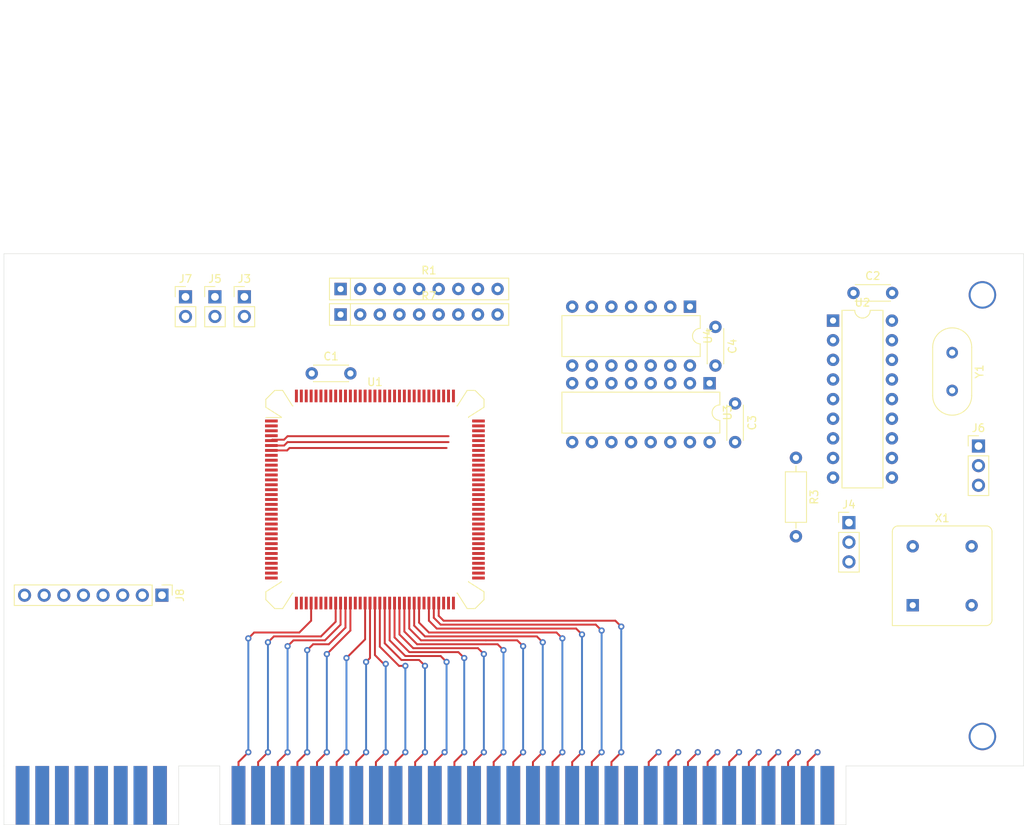
<source format=kicad_pcb>
(kicad_pcb (version 20171130) (host pcbnew "(5.1.8)-1")

  (general
    (thickness 1.6)
    (drawings 11)
    (tracks 255)
    (zones 0)
    (modules 23)
    (nets 163)
  )

  (page A4)
  (layers
    (0 F.Cu signal)
    (31 B.Cu signal)
    (32 B.Adhes user)
    (33 F.Adhes user)
    (34 B.Paste user)
    (35 F.Paste user)
    (36 B.SilkS user)
    (37 F.SilkS user)
    (38 B.Mask user)
    (39 F.Mask user)
    (40 Dwgs.User user)
    (41 Cmts.User user)
    (42 Eco1.User user)
    (43 Eco2.User user)
    (44 Edge.Cuts user)
    (45 Margin user)
    (46 B.CrtYd user)
    (47 F.CrtYd user)
    (48 B.Fab user)
    (49 F.Fab user)
  )

  (setup
    (last_trace_width 0.25)
    (trace_clearance 0.2)
    (zone_clearance 0.508)
    (zone_45_only no)
    (trace_min 0.2)
    (via_size 0.8)
    (via_drill 0.4)
    (via_min_size 0.4)
    (via_min_drill 0.3)
    (uvia_size 0.3)
    (uvia_drill 0.1)
    (uvias_allowed no)
    (uvia_min_size 0.2)
    (uvia_min_drill 0.1)
    (edge_width 0.05)
    (segment_width 0.2)
    (pcb_text_width 0.3)
    (pcb_text_size 1.5 1.5)
    (mod_edge_width 0.12)
    (mod_text_size 1 1)
    (mod_text_width 0.15)
    (pad_size 1.524 1.524)
    (pad_drill 0.762)
    (pad_to_mask_clearance 0)
    (aux_axis_origin 0 0)
    (visible_elements 7FFFFFFF)
    (pcbplotparams
      (layerselection 0x010fc_ffffffff)
      (usegerberextensions false)
      (usegerberattributes true)
      (usegerberadvancedattributes true)
      (creategerberjobfile true)
      (excludeedgelayer true)
      (linewidth 0.100000)
      (plotframeref false)
      (viasonmask false)
      (mode 1)
      (useauxorigin false)
      (hpglpennumber 1)
      (hpglpenspeed 20)
      (hpglpendiameter 15.000000)
      (psnegative false)
      (psa4output false)
      (plotreference true)
      (plotvalue true)
      (plotinvisibletext false)
      (padsonsilk false)
      (subtractmaskfromsilk false)
      (outputformat 1)
      (mirror false)
      (drillshape 1)
      (scaleselection 1)
      (outputdirectory ""))
  )

  (net 0 "")
  (net 1 /SPK_OUT)
  (net 2 /SPK_GO)
  (net 3 /HF_PCLK)
  (net 4 /DRQ0)
  (net 5 /HOLDA)
  (net 6 /HOLD)
  (net 7 /READY)
  (net 8 /RESET)
  (net 9 /NMI)
  (net 10 "Net-(J1-Pad7)")
  (net 11 /IO_008X)
  (net 12 /IO_006X)
  (net 13 /IO_004X)
  (net 14 /IO_002X)
  (net 15 /IO_000X)
  (net 16 /IRQ1)
  (net 17 /A0)
  (net 18 /A1)
  (net 19 /A2)
  (net 20 /A3)
  (net 21 /A4)
  (net 22 /A5)
  (net 23 /A6)
  (net 24 /A7)
  (net 25 /A8)
  (net 26 /A9)
  (net 27 /A10)
  (net 28 /A11)
  (net 29 /A12)
  (net 30 /A13)
  (net 31 /A14)
  (net 32 /A15)
  (net 33 /A16)
  (net 34 /A17)
  (net 35 /A18)
  (net 36 /A19)
  (net 37 "Net-(J2-Pad42)")
  (net 38 /D0)
  (net 39 /D1)
  (net 40 /D2)
  (net 41 /D3)
  (net 42 /D4)
  (net 43 /D5)
  (net 44 /D6)
  (net 45 /D7)
  (net 46 "Net-(J2-Pad32)")
  (net 47 /GND)
  (net 48 "Net-(J2-Pad30)")
  (net 49 /5+)
  (net 50 /ALE)
  (net 51 "Net-(J2-Pad27)")
  (net 52 "Net-(J2-Pad26)")
  (net 53 "Net-(J2-Pad25)")
  (net 54 "Net-(J2-Pad24)")
  (net 55 "Net-(J2-Pad20)")
  (net 56 "Net-(J2-Pad19)")
  (net 57 "Net-(J2-Pad18)")
  (net 58 "Net-(J2-Pad17)")
  (net 59 "Net-(J2-Pad16)")
  (net 60 "Net-(J2-Pad15)")
  (net 61 "Net-(J2-Pad9)")
  (net 62 "Net-(J2-Pad8)")
  (net 63 "Net-(J2-Pad7)")
  (net 64 "Net-(J2-Pad6)")
  (net 65 "Net-(J2-Pad5)")
  (net 66 "Net-(J2-Pad4)")
  (net 67 "Net-(J2-Pad2)")
  (net 68 /PIPELINE_EN)
  (net 69 /8_BIT_EN)
  (net 70 "Net-(U1-Pad132)")
  (net 71 "Net-(U1-Pad131)")
  (net 72 "Net-(U1-Pad129)")
  (net 73 "Net-(U1-Pad128)")
  (net 74 "Net-(U1-Pad126)")
  (net 75 "Net-(U1-Pad125)")
  (net 76 "Net-(U1-Pad124)")
  (net 77 "Net-(U1-Pad123)")
  (net 78 "Net-(U1-Pad122)")
  (net 79 "Net-(U1-Pad118)")
  (net 80 "Net-(U1-Pad117)")
  (net 81 "Net-(U1-Pad114)")
  (net 82 "Net-(U1-Pad113)")
  (net 83 "Net-(U1-Pad112)")
  (net 84 "Net-(U1-Pad107)")
  (net 85 "Net-(U1-Pad106)")
  (net 86 "Net-(U1-Pad105)")
  (net 87 "Net-(U1-Pad104)")
  (net 88 "Net-(U1-Pad102)")
  (net 89 "Net-(U1-Pad101)")
  (net 90 "Net-(U1-Pad66)")
  (net 91 "Net-(U1-Pad65)")
  (net 92 /ALE_)
  (net 93 "Net-(U1-Pad39)")
  (net 94 /WR)
  (net 95 /RD)
  (net 96 "Net-(U1-Pad98)")
  (net 97 "Net-(U1-Pad87)")
  (net 98 "Net-(U1-Pad86)")
  (net 99 "Net-(U1-Pad79)")
  (net 100 "Net-(U1-Pad78)")
  (net 101 "Net-(U1-Pad77)")
  (net 102 "Net-(U1-Pad76)")
  (net 103 "Net-(U1-Pad75)")
  (net 104 "Net-(U1-Pad74)")
  (net 105 "Net-(U1-Pad72)")
  (net 106 "Net-(U1-Pad70)")
  (net 107 "Net-(U1-Pad68)")
  (net 108 "Net-(U1-Pad67)")
  (net 109 /READY_)
  (net 110 "Net-(U1-Pad30)")
  (net 111 "Net-(U1-Pad29)")
  (net 112 "Net-(U1-Pad26)")
  (net 113 "Net-(U1-Pad25)")
  (net 114 "Net-(U1-Pad24)")
  (net 115 "Net-(U1-Pad4)")
  (net 116 "Net-(U1-Pad2)")
  (net 117 "Net-(U1-Pad1)")
  (net 118 /RDY1)
  (net 119 /IORD)
  (net 120 /IOWR)
  (net 121 /MRD)
  (net 122 /MWR)
  (net 123 /CLK1)
  (net 124 /IO_M)
  (net 125 /X1)
  (net 126 /X2)
  (net 127 "Net-(U2-Pad14)")
  (net 128 "Net-(U2-Pad5)")
  (net 129 "Net-(U2-Pad12)")
  (net 130 "Net-(U2-Pad2)")
  (net 131 "Net-(U2-Pad10)")
  (net 132 "Net-(U3-Pad8)")
  (net 133 /PU_257)
  (net 134 /IRQ5)
  (net 135 /IRQ6)
  (net 136 /IRQ7)
  (net 137 /SMI)
  (net 138 /FLT)
  (net 139 /SMIACT)
  (net 140 /TRST)
  (net 141 /READY_JMP)
  (net 142 "Net-(R7-Pad4)")
  (net 143 "Net-(R7-Pad3)")
  (net 144 /CLK2)
  (net 145 /8284_OUT)
  (net 146 /HOLDA_JMP)
  (net 147 "Net-(R1-Pad8)")
  (net 148 "Net-(R1-Pad7)")
  (net 149 "Net-(R1-Pad6)")
  (net 150 "Net-(R1-Pad5)")
  (net 151 "Net-(R1-Pad4)")
  (net 152 /OSC_OUTPUT)
  (net 153 /OSC_EN)
  (net 154 /8_BIT_EN_JMP)
  (net 155 /D15)
  (net 156 /D14)
  (net 157 /D13)
  (net 158 /D12)
  (net 159 /D11)
  (net 160 /D10)
  (net 161 /D9)
  (net 162 /D8)

  (net_class Default "This is the default net class."
    (clearance 0.2)
    (trace_width 0.25)
    (via_dia 0.8)
    (via_drill 0.4)
    (uvia_dia 0.3)
    (uvia_drill 0.1)
    (add_net /5+)
    (add_net /8284_OUT)
    (add_net /8_BIT_EN)
    (add_net /8_BIT_EN_JMP)
    (add_net /A0)
    (add_net /A1)
    (add_net /A10)
    (add_net /A11)
    (add_net /A12)
    (add_net /A13)
    (add_net /A14)
    (add_net /A15)
    (add_net /A16)
    (add_net /A17)
    (add_net /A18)
    (add_net /A19)
    (add_net /A2)
    (add_net /A3)
    (add_net /A4)
    (add_net /A5)
    (add_net /A6)
    (add_net /A7)
    (add_net /A8)
    (add_net /A9)
    (add_net /ALE)
    (add_net /ALE_)
    (add_net /CLK1)
    (add_net /CLK2)
    (add_net /D0)
    (add_net /D1)
    (add_net /D10)
    (add_net /D11)
    (add_net /D12)
    (add_net /D13)
    (add_net /D14)
    (add_net /D15)
    (add_net /D2)
    (add_net /D3)
    (add_net /D4)
    (add_net /D5)
    (add_net /D6)
    (add_net /D7)
    (add_net /D8)
    (add_net /D9)
    (add_net /DRQ0)
    (add_net /FLT)
    (add_net /GND)
    (add_net /HF_PCLK)
    (add_net /HOLD)
    (add_net /HOLDA)
    (add_net /HOLDA_JMP)
    (add_net /IORD)
    (add_net /IOWR)
    (add_net /IO_000X)
    (add_net /IO_002X)
    (add_net /IO_004X)
    (add_net /IO_006X)
    (add_net /IO_008X)
    (add_net /IO_M)
    (add_net /IRQ1)
    (add_net /IRQ5)
    (add_net /IRQ6)
    (add_net /IRQ7)
    (add_net /MRD)
    (add_net /MWR)
    (add_net /NMI)
    (add_net /OSC_EN)
    (add_net /OSC_OUTPUT)
    (add_net /PIPELINE_EN)
    (add_net /PU_257)
    (add_net /RD)
    (add_net /RDY1)
    (add_net /READY)
    (add_net /READY_)
    (add_net /READY_JMP)
    (add_net /RESET)
    (add_net /SMI)
    (add_net /SMIACT)
    (add_net /SPK_GO)
    (add_net /SPK_OUT)
    (add_net /TRST)
    (add_net /WR)
    (add_net /X1)
    (add_net /X2)
    (add_net "Net-(J1-Pad7)")
    (add_net "Net-(J2-Pad15)")
    (add_net "Net-(J2-Pad16)")
    (add_net "Net-(J2-Pad17)")
    (add_net "Net-(J2-Pad18)")
    (add_net "Net-(J2-Pad19)")
    (add_net "Net-(J2-Pad2)")
    (add_net "Net-(J2-Pad20)")
    (add_net "Net-(J2-Pad24)")
    (add_net "Net-(J2-Pad25)")
    (add_net "Net-(J2-Pad26)")
    (add_net "Net-(J2-Pad27)")
    (add_net "Net-(J2-Pad30)")
    (add_net "Net-(J2-Pad32)")
    (add_net "Net-(J2-Pad4)")
    (add_net "Net-(J2-Pad42)")
    (add_net "Net-(J2-Pad5)")
    (add_net "Net-(J2-Pad6)")
    (add_net "Net-(J2-Pad7)")
    (add_net "Net-(J2-Pad8)")
    (add_net "Net-(J2-Pad9)")
    (add_net "Net-(R1-Pad4)")
    (add_net "Net-(R1-Pad5)")
    (add_net "Net-(R1-Pad6)")
    (add_net "Net-(R1-Pad7)")
    (add_net "Net-(R1-Pad8)")
    (add_net "Net-(R7-Pad3)")
    (add_net "Net-(R7-Pad4)")
    (add_net "Net-(U1-Pad1)")
    (add_net "Net-(U1-Pad101)")
    (add_net "Net-(U1-Pad102)")
    (add_net "Net-(U1-Pad104)")
    (add_net "Net-(U1-Pad105)")
    (add_net "Net-(U1-Pad106)")
    (add_net "Net-(U1-Pad107)")
    (add_net "Net-(U1-Pad112)")
    (add_net "Net-(U1-Pad113)")
    (add_net "Net-(U1-Pad114)")
    (add_net "Net-(U1-Pad117)")
    (add_net "Net-(U1-Pad118)")
    (add_net "Net-(U1-Pad122)")
    (add_net "Net-(U1-Pad123)")
    (add_net "Net-(U1-Pad124)")
    (add_net "Net-(U1-Pad125)")
    (add_net "Net-(U1-Pad126)")
    (add_net "Net-(U1-Pad128)")
    (add_net "Net-(U1-Pad129)")
    (add_net "Net-(U1-Pad131)")
    (add_net "Net-(U1-Pad132)")
    (add_net "Net-(U1-Pad2)")
    (add_net "Net-(U1-Pad24)")
    (add_net "Net-(U1-Pad25)")
    (add_net "Net-(U1-Pad26)")
    (add_net "Net-(U1-Pad29)")
    (add_net "Net-(U1-Pad30)")
    (add_net "Net-(U1-Pad39)")
    (add_net "Net-(U1-Pad4)")
    (add_net "Net-(U1-Pad65)")
    (add_net "Net-(U1-Pad66)")
    (add_net "Net-(U1-Pad67)")
    (add_net "Net-(U1-Pad68)")
    (add_net "Net-(U1-Pad70)")
    (add_net "Net-(U1-Pad72)")
    (add_net "Net-(U1-Pad74)")
    (add_net "Net-(U1-Pad75)")
    (add_net "Net-(U1-Pad76)")
    (add_net "Net-(U1-Pad77)")
    (add_net "Net-(U1-Pad78)")
    (add_net "Net-(U1-Pad79)")
    (add_net "Net-(U1-Pad86)")
    (add_net "Net-(U1-Pad87)")
    (add_net "Net-(U1-Pad98)")
    (add_net "Net-(U2-Pad10)")
    (add_net "Net-(U2-Pad12)")
    (add_net "Net-(U2-Pad14)")
    (add_net "Net-(U2-Pad2)")
    (add_net "Net-(U2-Pad5)")
    (add_net "Net-(U3-Pad8)")
  )

  (module Package_DIP:DIP-14_W7.62mm (layer F.Cu) (tedit 5A02E8C5) (tstamp 62BA3B90)
    (at 210.82 76.454 270)
    (descr "14-lead though-hole mounted DIP package, row spacing 7.62 mm (300 mils)")
    (tags "THT DIP DIL PDIP 2.54mm 7.62mm 300mil")
    (path /62B9368C)
    (fp_text reference U4 (at 3.81 -2.33 90) (layer F.SilkS)
      (effects (font (size 1 1) (thickness 0.15)))
    )
    (fp_text value 74LS04 (at 3.81 17.57 90) (layer F.Fab)
      (effects (font (size 1 1) (thickness 0.15)))
    )
    (fp_text user %R (at 3.81 7.62 90) (layer F.Fab)
      (effects (font (size 1 1) (thickness 0.15)))
    )
    (fp_arc (start 3.81 -1.33) (end 2.81 -1.33) (angle -180) (layer F.SilkS) (width 0.12))
    (fp_line (start 1.635 -1.27) (end 6.985 -1.27) (layer F.Fab) (width 0.1))
    (fp_line (start 6.985 -1.27) (end 6.985 16.51) (layer F.Fab) (width 0.1))
    (fp_line (start 6.985 16.51) (end 0.635 16.51) (layer F.Fab) (width 0.1))
    (fp_line (start 0.635 16.51) (end 0.635 -0.27) (layer F.Fab) (width 0.1))
    (fp_line (start 0.635 -0.27) (end 1.635 -1.27) (layer F.Fab) (width 0.1))
    (fp_line (start 2.81 -1.33) (end 1.16 -1.33) (layer F.SilkS) (width 0.12))
    (fp_line (start 1.16 -1.33) (end 1.16 16.57) (layer F.SilkS) (width 0.12))
    (fp_line (start 1.16 16.57) (end 6.46 16.57) (layer F.SilkS) (width 0.12))
    (fp_line (start 6.46 16.57) (end 6.46 -1.33) (layer F.SilkS) (width 0.12))
    (fp_line (start 6.46 -1.33) (end 4.81 -1.33) (layer F.SilkS) (width 0.12))
    (fp_line (start -1.1 -1.55) (end -1.1 16.8) (layer F.CrtYd) (width 0.05))
    (fp_line (start -1.1 16.8) (end 8.7 16.8) (layer F.CrtYd) (width 0.05))
    (fp_line (start 8.7 16.8) (end 8.7 -1.55) (layer F.CrtYd) (width 0.05))
    (fp_line (start 8.7 -1.55) (end -1.1 -1.55) (layer F.CrtYd) (width 0.05))
    (pad 14 thru_hole oval (at 7.62 0 270) (size 1.6 1.6) (drill 0.8) (layers *.Cu *.Mask)
      (net 49 /5+))
    (pad 7 thru_hole oval (at 0 15.24 270) (size 1.6 1.6) (drill 0.8) (layers *.Cu *.Mask)
      (net 47 /GND))
    (pad 13 thru_hole oval (at 7.62 2.54 270) (size 1.6 1.6) (drill 0.8) (layers *.Cu *.Mask))
    (pad 6 thru_hole oval (at 0 12.7 270) (size 1.6 1.6) (drill 0.8) (layers *.Cu *.Mask))
    (pad 12 thru_hole oval (at 7.62 5.08 270) (size 1.6 1.6) (drill 0.8) (layers *.Cu *.Mask))
    (pad 5 thru_hole oval (at 0 10.16 270) (size 1.6 1.6) (drill 0.8) (layers *.Cu *.Mask))
    (pad 11 thru_hole oval (at 7.62 7.62 270) (size 1.6 1.6) (drill 0.8) (layers *.Cu *.Mask))
    (pad 4 thru_hole oval (at 0 7.62 270) (size 1.6 1.6) (drill 0.8) (layers *.Cu *.Mask)
      (net 50 /ALE))
    (pad 10 thru_hole oval (at 7.62 10.16 270) (size 1.6 1.6) (drill 0.8) (layers *.Cu *.Mask))
    (pad 3 thru_hole oval (at 0 5.08 270) (size 1.6 1.6) (drill 0.8) (layers *.Cu *.Mask)
      (net 92 /ALE_))
    (pad 9 thru_hole oval (at 7.62 12.7 270) (size 1.6 1.6) (drill 0.8) (layers *.Cu *.Mask))
    (pad 2 thru_hole oval (at 0 2.54 270) (size 1.6 1.6) (drill 0.8) (layers *.Cu *.Mask)
      (net 109 /READY_))
    (pad 8 thru_hole oval (at 7.62 15.24 270) (size 1.6 1.6) (drill 0.8) (layers *.Cu *.Mask))
    (pad 1 thru_hole rect (at 0 0 270) (size 1.6 1.6) (drill 0.8) (layers *.Cu *.Mask)
      (net 118 /RDY1))
    (model ${KISYS3DMOD}/Package_DIP.3dshapes/DIP-14_W7.62mm.wrl
      (at (xyz 0 0 0))
      (scale (xyz 1 1 1))
      (rotate (xyz 0 0 0))
    )
  )

  (module Package_DIP:DIP-16_W7.62mm (layer F.Cu) (tedit 5A02E8C5) (tstamp 62BA3B6E)
    (at 213.36 86.36 270)
    (descr "16-lead though-hole mounted DIP package, row spacing 7.62 mm (300 mils)")
    (tags "THT DIP DIL PDIP 2.54mm 7.62mm 300mil")
    (path /62B9EF53)
    (fp_text reference U3 (at 3.81 -2.33 90) (layer F.SilkS)
      (effects (font (size 1 1) (thickness 0.15)))
    )
    (fp_text value 74LS257 (at 3.81 20.11 90) (layer F.Fab)
      (effects (font (size 1 1) (thickness 0.15)))
    )
    (fp_text user %R (at 3.81 8.89 90) (layer F.Fab)
      (effects (font (size 1 1) (thickness 0.15)))
    )
    (fp_arc (start 3.81 -1.33) (end 2.81 -1.33) (angle -180) (layer F.SilkS) (width 0.12))
    (fp_line (start 1.635 -1.27) (end 6.985 -1.27) (layer F.Fab) (width 0.1))
    (fp_line (start 6.985 -1.27) (end 6.985 19.05) (layer F.Fab) (width 0.1))
    (fp_line (start 6.985 19.05) (end 0.635 19.05) (layer F.Fab) (width 0.1))
    (fp_line (start 0.635 19.05) (end 0.635 -0.27) (layer F.Fab) (width 0.1))
    (fp_line (start 0.635 -0.27) (end 1.635 -1.27) (layer F.Fab) (width 0.1))
    (fp_line (start 2.81 -1.33) (end 1.16 -1.33) (layer F.SilkS) (width 0.12))
    (fp_line (start 1.16 -1.33) (end 1.16 19.11) (layer F.SilkS) (width 0.12))
    (fp_line (start 1.16 19.11) (end 6.46 19.11) (layer F.SilkS) (width 0.12))
    (fp_line (start 6.46 19.11) (end 6.46 -1.33) (layer F.SilkS) (width 0.12))
    (fp_line (start 6.46 -1.33) (end 4.81 -1.33) (layer F.SilkS) (width 0.12))
    (fp_line (start -1.1 -1.55) (end -1.1 19.3) (layer F.CrtYd) (width 0.05))
    (fp_line (start -1.1 19.3) (end 8.7 19.3) (layer F.CrtYd) (width 0.05))
    (fp_line (start 8.7 19.3) (end 8.7 -1.55) (layer F.CrtYd) (width 0.05))
    (fp_line (start 8.7 -1.55) (end -1.1 -1.55) (layer F.CrtYd) (width 0.05))
    (pad 16 thru_hole oval (at 7.62 0 270) (size 1.6 1.6) (drill 0.8) (layers *.Cu *.Mask)
      (net 49 /5+))
    (pad 8 thru_hole oval (at 0 17.78 270) (size 1.6 1.6) (drill 0.8) (layers *.Cu *.Mask)
      (net 132 "Net-(U3-Pad8)"))
    (pad 15 thru_hole oval (at 7.62 2.54 270) (size 1.6 1.6) (drill 0.8) (layers *.Cu *.Mask)
      (net 146 /HOLDA_JMP))
    (pad 7 thru_hole oval (at 0 15.24 270) (size 1.6 1.6) (drill 0.8) (layers *.Cu *.Mask)
      (net 121 /MRD))
    (pad 14 thru_hole oval (at 7.62 5.08 270) (size 1.6 1.6) (drill 0.8) (layers *.Cu *.Mask)
      (net 133 /PU_257))
    (pad 6 thru_hole oval (at 0 12.7 270) (size 1.6 1.6) (drill 0.8) (layers *.Cu *.Mask)
      (net 95 /RD))
    (pad 13 thru_hole oval (at 7.62 7.62 270) (size 1.6 1.6) (drill 0.8) (layers *.Cu *.Mask)
      (net 94 /WR))
    (pad 5 thru_hole oval (at 0 10.16 270) (size 1.6 1.6) (drill 0.8) (layers *.Cu *.Mask)
      (net 133 /PU_257))
    (pad 12 thru_hole oval (at 7.62 10.16 270) (size 1.6 1.6) (drill 0.8) (layers *.Cu *.Mask)
      (net 122 /MWR))
    (pad 4 thru_hole oval (at 0 7.62 270) (size 1.6 1.6) (drill 0.8) (layers *.Cu *.Mask)
      (net 119 /IORD))
    (pad 11 thru_hole oval (at 7.62 12.7 270) (size 1.6 1.6) (drill 0.8) (layers *.Cu *.Mask)
      (net 94 /WR))
    (pad 3 thru_hole oval (at 0 5.08 270) (size 1.6 1.6) (drill 0.8) (layers *.Cu *.Mask)
      (net 133 /PU_257))
    (pad 10 thru_hole oval (at 7.62 15.24 270) (size 1.6 1.6) (drill 0.8) (layers *.Cu *.Mask)
      (net 133 /PU_257))
    (pad 2 thru_hole oval (at 0 2.54 270) (size 1.6 1.6) (drill 0.8) (layers *.Cu *.Mask)
      (net 95 /RD))
    (pad 9 thru_hole oval (at 7.62 17.78 270) (size 1.6 1.6) (drill 0.8) (layers *.Cu *.Mask)
      (net 120 /IOWR))
    (pad 1 thru_hole rect (at 0 0 270) (size 1.6 1.6) (drill 0.8) (layers *.Cu *.Mask)
      (net 124 /IO_M))
    (model ${KISYS3DMOD}/Package_DIP.3dshapes/DIP-16_W7.62mm.wrl
      (at (xyz 0 0 0))
      (scale (xyz 1 1 1))
      (rotate (xyz 0 0 0))
    )
  )

  (module Resistor_THT:R_Array_SIP9 (layer F.Cu) (tedit 5A14249F) (tstamp 62BA397E)
    (at 165.608 77.47)
    (descr "9-pin Resistor SIP pack")
    (tags R)
    (path /62B9A370)
    (fp_text reference R7 (at 11.43 -2.4) (layer F.SilkS)
      (effects (font (size 1 1) (thickness 0.15)))
    )
    (fp_text value "4.7K ohm" (at 11.43 2.4) (layer F.Fab)
      (effects (font (size 1 1) (thickness 0.15)))
    )
    (fp_text user %R (at 10.16 0) (layer F.Fab)
      (effects (font (size 1 1) (thickness 0.15)))
    )
    (fp_line (start -1.29 -1.25) (end -1.29 1.25) (layer F.Fab) (width 0.1))
    (fp_line (start -1.29 1.25) (end 21.61 1.25) (layer F.Fab) (width 0.1))
    (fp_line (start 21.61 1.25) (end 21.61 -1.25) (layer F.Fab) (width 0.1))
    (fp_line (start 21.61 -1.25) (end -1.29 -1.25) (layer F.Fab) (width 0.1))
    (fp_line (start 1.27 -1.25) (end 1.27 1.25) (layer F.Fab) (width 0.1))
    (fp_line (start -1.44 -1.4) (end -1.44 1.4) (layer F.SilkS) (width 0.12))
    (fp_line (start -1.44 1.4) (end 21.76 1.4) (layer F.SilkS) (width 0.12))
    (fp_line (start 21.76 1.4) (end 21.76 -1.4) (layer F.SilkS) (width 0.12))
    (fp_line (start 21.76 -1.4) (end -1.44 -1.4) (layer F.SilkS) (width 0.12))
    (fp_line (start 1.27 -1.4) (end 1.27 1.4) (layer F.SilkS) (width 0.12))
    (fp_line (start -1.7 -1.65) (end -1.7 1.65) (layer F.CrtYd) (width 0.05))
    (fp_line (start -1.7 1.65) (end 22.05 1.65) (layer F.CrtYd) (width 0.05))
    (fp_line (start 22.05 1.65) (end 22.05 -1.65) (layer F.CrtYd) (width 0.05))
    (fp_line (start 22.05 -1.65) (end -1.7 -1.65) (layer F.CrtYd) (width 0.05))
    (pad 9 thru_hole oval (at 20.32 0) (size 1.6 1.6) (drill 0.8) (layers *.Cu *.Mask)
      (net 140 /TRST))
    (pad 8 thru_hole oval (at 17.78 0) (size 1.6 1.6) (drill 0.8) (layers *.Cu *.Mask)
      (net 137 /SMI))
    (pad 7 thru_hole oval (at 15.24 0) (size 1.6 1.6) (drill 0.8) (layers *.Cu *.Mask)
      (net 139 /SMIACT))
    (pad 6 thru_hole oval (at 12.7 0) (size 1.6 1.6) (drill 0.8) (layers *.Cu *.Mask)
      (net 138 /FLT))
    (pad 5 thru_hole oval (at 10.16 0) (size 1.6 1.6) (drill 0.8) (layers *.Cu *.Mask)
      (net 68 /PIPELINE_EN))
    (pad 4 thru_hole oval (at 7.62 0) (size 1.6 1.6) (drill 0.8) (layers *.Cu *.Mask)
      (net 142 "Net-(R7-Pad4)"))
    (pad 3 thru_hole oval (at 5.08 0) (size 1.6 1.6) (drill 0.8) (layers *.Cu *.Mask)
      (net 143 "Net-(R7-Pad3)"))
    (pad 2 thru_hole oval (at 2.54 0) (size 1.6 1.6) (drill 0.8) (layers *.Cu *.Mask)
      (net 133 /PU_257))
    (pad 1 thru_hole rect (at 0 0) (size 1.6 1.6) (drill 0.8) (layers *.Cu *.Mask)
      (net 49 /5+))
    (model ${KISYS3DMOD}/Resistor_THT.3dshapes/R_Array_SIP9.wrl
      (at (xyz 0 0 0))
      (scale (xyz 1 1 1))
      (rotate (xyz 0 0 0))
    )
  )

  (module Resistor_THT:R_Array_SIP9 (layer F.Cu) (tedit 5A14249F) (tstamp 62BA3936)
    (at 165.608 74.168)
    (descr "9-pin Resistor SIP pack")
    (tags R)
    (path /62BB3E99)
    (fp_text reference R1 (at 11.43 -2.4) (layer F.SilkS)
      (effects (font (size 1 1) (thickness 0.15)))
    )
    (fp_text value "4.7K ohm" (at 11.43 2.4) (layer F.Fab)
      (effects (font (size 1 1) (thickness 0.15)))
    )
    (fp_text user %R (at 10.16 0) (layer F.Fab)
      (effects (font (size 1 1) (thickness 0.15)))
    )
    (fp_line (start -1.29 -1.25) (end -1.29 1.25) (layer F.Fab) (width 0.1))
    (fp_line (start -1.29 1.25) (end 21.61 1.25) (layer F.Fab) (width 0.1))
    (fp_line (start 21.61 1.25) (end 21.61 -1.25) (layer F.Fab) (width 0.1))
    (fp_line (start 21.61 -1.25) (end -1.29 -1.25) (layer F.Fab) (width 0.1))
    (fp_line (start 1.27 -1.25) (end 1.27 1.25) (layer F.Fab) (width 0.1))
    (fp_line (start -1.44 -1.4) (end -1.44 1.4) (layer F.SilkS) (width 0.12))
    (fp_line (start -1.44 1.4) (end 21.76 1.4) (layer F.SilkS) (width 0.12))
    (fp_line (start 21.76 1.4) (end 21.76 -1.4) (layer F.SilkS) (width 0.12))
    (fp_line (start 21.76 -1.4) (end -1.44 -1.4) (layer F.SilkS) (width 0.12))
    (fp_line (start 1.27 -1.4) (end 1.27 1.4) (layer F.SilkS) (width 0.12))
    (fp_line (start -1.7 -1.65) (end -1.7 1.65) (layer F.CrtYd) (width 0.05))
    (fp_line (start -1.7 1.65) (end 22.05 1.65) (layer F.CrtYd) (width 0.05))
    (fp_line (start 22.05 1.65) (end 22.05 -1.65) (layer F.CrtYd) (width 0.05))
    (fp_line (start 22.05 -1.65) (end -1.7 -1.65) (layer F.CrtYd) (width 0.05))
    (pad 9 thru_hole oval (at 20.32 0) (size 1.6 1.6) (drill 0.8) (layers *.Cu *.Mask)
      (net 69 /8_BIT_EN))
    (pad 8 thru_hole oval (at 17.78 0) (size 1.6 1.6) (drill 0.8) (layers *.Cu *.Mask)
      (net 147 "Net-(R1-Pad8)"))
    (pad 7 thru_hole oval (at 15.24 0) (size 1.6 1.6) (drill 0.8) (layers *.Cu *.Mask)
      (net 148 "Net-(R1-Pad7)"))
    (pad 6 thru_hole oval (at 12.7 0) (size 1.6 1.6) (drill 0.8) (layers *.Cu *.Mask)
      (net 149 "Net-(R1-Pad6)"))
    (pad 5 thru_hole oval (at 10.16 0) (size 1.6 1.6) (drill 0.8) (layers *.Cu *.Mask)
      (net 150 "Net-(R1-Pad5)"))
    (pad 4 thru_hole oval (at 7.62 0) (size 1.6 1.6) (drill 0.8) (layers *.Cu *.Mask)
      (net 151 "Net-(R1-Pad4)"))
    (pad 3 thru_hole oval (at 5.08 0) (size 1.6 1.6) (drill 0.8) (layers *.Cu *.Mask)
      (net 146 /HOLDA_JMP))
    (pad 2 thru_hole oval (at 2.54 0) (size 1.6 1.6) (drill 0.8) (layers *.Cu *.Mask)
      (net 141 /READY_JMP))
    (pad 1 thru_hole rect (at 0 0) (size 1.6 1.6) (drill 0.8) (layers *.Cu *.Mask)
      (net 47 /GND))
    (model ${KISYS3DMOD}/Resistor_THT.3dshapes/R_Array_SIP9.wrl
      (at (xyz 0 0 0))
      (scale (xyz 1 1 1))
      (rotate (xyz 0 0 0))
    )
  )

  (module Connector_PinHeader_2.54mm:PinHeader_1x08_P2.54mm_Vertical (layer F.Cu) (tedit 59FED5CC) (tstamp 62BA391A)
    (at 142.494 113.792 270)
    (descr "Through hole straight pin header, 1x08, 2.54mm pitch, single row")
    (tags "Through hole pin header THT 1x08 2.54mm single row")
    (path /62BA29A2)
    (fp_text reference J8 (at 0 -2.33 90) (layer F.SilkS)
      (effects (font (size 1 1) (thickness 0.15)))
    )
    (fp_text value Conn_01x08 (at 0 20.11 90) (layer F.Fab)
      (effects (font (size 1 1) (thickness 0.15)))
    )
    (fp_text user %R (at 0 8.89) (layer F.Fab)
      (effects (font (size 1 1) (thickness 0.15)))
    )
    (fp_line (start -0.635 -1.27) (end 1.27 -1.27) (layer F.Fab) (width 0.1))
    (fp_line (start 1.27 -1.27) (end 1.27 19.05) (layer F.Fab) (width 0.1))
    (fp_line (start 1.27 19.05) (end -1.27 19.05) (layer F.Fab) (width 0.1))
    (fp_line (start -1.27 19.05) (end -1.27 -0.635) (layer F.Fab) (width 0.1))
    (fp_line (start -1.27 -0.635) (end -0.635 -1.27) (layer F.Fab) (width 0.1))
    (fp_line (start -1.33 19.11) (end 1.33 19.11) (layer F.SilkS) (width 0.12))
    (fp_line (start -1.33 1.27) (end -1.33 19.11) (layer F.SilkS) (width 0.12))
    (fp_line (start 1.33 1.27) (end 1.33 19.11) (layer F.SilkS) (width 0.12))
    (fp_line (start -1.33 1.27) (end 1.33 1.27) (layer F.SilkS) (width 0.12))
    (fp_line (start -1.33 0) (end -1.33 -1.33) (layer F.SilkS) (width 0.12))
    (fp_line (start -1.33 -1.33) (end 0 -1.33) (layer F.SilkS) (width 0.12))
    (fp_line (start -1.8 -1.8) (end -1.8 19.55) (layer F.CrtYd) (width 0.05))
    (fp_line (start -1.8 19.55) (end 1.8 19.55) (layer F.CrtYd) (width 0.05))
    (fp_line (start 1.8 19.55) (end 1.8 -1.8) (layer F.CrtYd) (width 0.05))
    (fp_line (start 1.8 -1.8) (end -1.8 -1.8) (layer F.CrtYd) (width 0.05))
    (pad 8 thru_hole oval (at 0 17.78 270) (size 1.7 1.7) (drill 1) (layers *.Cu *.Mask)
      (net 155 /D15))
    (pad 7 thru_hole oval (at 0 15.24 270) (size 1.7 1.7) (drill 1) (layers *.Cu *.Mask)
      (net 156 /D14))
    (pad 6 thru_hole oval (at 0 12.7 270) (size 1.7 1.7) (drill 1) (layers *.Cu *.Mask)
      (net 157 /D13))
    (pad 5 thru_hole oval (at 0 10.16 270) (size 1.7 1.7) (drill 1) (layers *.Cu *.Mask)
      (net 158 /D12))
    (pad 4 thru_hole oval (at 0 7.62 270) (size 1.7 1.7) (drill 1) (layers *.Cu *.Mask)
      (net 159 /D11))
    (pad 3 thru_hole oval (at 0 5.08 270) (size 1.7 1.7) (drill 1) (layers *.Cu *.Mask)
      (net 160 /D10))
    (pad 2 thru_hole oval (at 0 2.54 270) (size 1.7 1.7) (drill 1) (layers *.Cu *.Mask)
      (net 161 /D9))
    (pad 1 thru_hole rect (at 0 0 270) (size 1.7 1.7) (drill 1) (layers *.Cu *.Mask)
      (net 162 /D8))
    (model ${KISYS3DMOD}/Connector_PinHeader_2.54mm.3dshapes/PinHeader_1x08_P2.54mm_Vertical.wrl
      (at (xyz 0 0 0))
      (scale (xyz 1 1 1))
      (rotate (xyz 0 0 0))
    )
  )

  (module Connector_PinHeader_2.54mm:PinHeader_1x02_P2.54mm_Vertical (layer F.Cu) (tedit 59FED5CC) (tstamp 62BA38FE)
    (at 145.542 75.184)
    (descr "Through hole straight pin header, 1x02, 2.54mm pitch, single row")
    (tags "Through hole pin header THT 1x02 2.54mm single row")
    (path /62BA6F16)
    (fp_text reference J7 (at 0 -2.33) (layer F.SilkS)
      (effects (font (size 1 1) (thickness 0.15)))
    )
    (fp_text value Conn_01x02 (at 0 4.87) (layer F.Fab)
      (effects (font (size 1 1) (thickness 0.15)))
    )
    (fp_text user %R (at 0 1.27 90) (layer F.Fab)
      (effects (font (size 1 1) (thickness 0.15)))
    )
    (fp_line (start -0.635 -1.27) (end 1.27 -1.27) (layer F.Fab) (width 0.1))
    (fp_line (start 1.27 -1.27) (end 1.27 3.81) (layer F.Fab) (width 0.1))
    (fp_line (start 1.27 3.81) (end -1.27 3.81) (layer F.Fab) (width 0.1))
    (fp_line (start -1.27 3.81) (end -1.27 -0.635) (layer F.Fab) (width 0.1))
    (fp_line (start -1.27 -0.635) (end -0.635 -1.27) (layer F.Fab) (width 0.1))
    (fp_line (start -1.33 3.87) (end 1.33 3.87) (layer F.SilkS) (width 0.12))
    (fp_line (start -1.33 1.27) (end -1.33 3.87) (layer F.SilkS) (width 0.12))
    (fp_line (start 1.33 1.27) (end 1.33 3.87) (layer F.SilkS) (width 0.12))
    (fp_line (start -1.33 1.27) (end 1.33 1.27) (layer F.SilkS) (width 0.12))
    (fp_line (start -1.33 0) (end -1.33 -1.33) (layer F.SilkS) (width 0.12))
    (fp_line (start -1.33 -1.33) (end 0 -1.33) (layer F.SilkS) (width 0.12))
    (fp_line (start -1.8 -1.8) (end -1.8 4.35) (layer F.CrtYd) (width 0.05))
    (fp_line (start -1.8 4.35) (end 1.8 4.35) (layer F.CrtYd) (width 0.05))
    (fp_line (start 1.8 4.35) (end 1.8 -1.8) (layer F.CrtYd) (width 0.05))
    (fp_line (start 1.8 -1.8) (end -1.8 -1.8) (layer F.CrtYd) (width 0.05))
    (pad 2 thru_hole oval (at 0 2.54) (size 1.7 1.7) (drill 1) (layers *.Cu *.Mask)
      (net 69 /8_BIT_EN))
    (pad 1 thru_hole rect (at 0 0) (size 1.7 1.7) (drill 1) (layers *.Cu *.Mask)
      (net 154 /8_BIT_EN_JMP))
    (model ${KISYS3DMOD}/Connector_PinHeader_2.54mm.3dshapes/PinHeader_1x02_P2.54mm_Vertical.wrl
      (at (xyz 0 0 0))
      (scale (xyz 1 1 1))
      (rotate (xyz 0 0 0))
    )
  )

  (module Connector_PinHeader_2.54mm:PinHeader_1x03_P2.54mm_Vertical (layer F.Cu) (tedit 59FED5CC) (tstamp 62BA38E8)
    (at 248.158 94.488)
    (descr "Through hole straight pin header, 1x03, 2.54mm pitch, single row")
    (tags "Through hole pin header THT 1x03 2.54mm single row")
    (path /62B9F60C)
    (fp_text reference J6 (at 0 -2.33) (layer F.SilkS)
      (effects (font (size 1 1) (thickness 0.15)))
    )
    (fp_text value Conn_01x03 (at 0 7.41) (layer F.Fab)
      (effects (font (size 1 1) (thickness 0.15)))
    )
    (fp_text user %R (at 0 2.54 90) (layer F.Fab)
      (effects (font (size 1 1) (thickness 0.15)))
    )
    (fp_line (start -0.635 -1.27) (end 1.27 -1.27) (layer F.Fab) (width 0.1))
    (fp_line (start 1.27 -1.27) (end 1.27 6.35) (layer F.Fab) (width 0.1))
    (fp_line (start 1.27 6.35) (end -1.27 6.35) (layer F.Fab) (width 0.1))
    (fp_line (start -1.27 6.35) (end -1.27 -0.635) (layer F.Fab) (width 0.1))
    (fp_line (start -1.27 -0.635) (end -0.635 -1.27) (layer F.Fab) (width 0.1))
    (fp_line (start -1.33 6.41) (end 1.33 6.41) (layer F.SilkS) (width 0.12))
    (fp_line (start -1.33 1.27) (end -1.33 6.41) (layer F.SilkS) (width 0.12))
    (fp_line (start 1.33 1.27) (end 1.33 6.41) (layer F.SilkS) (width 0.12))
    (fp_line (start -1.33 1.27) (end 1.33 1.27) (layer F.SilkS) (width 0.12))
    (fp_line (start -1.33 0) (end -1.33 -1.33) (layer F.SilkS) (width 0.12))
    (fp_line (start -1.33 -1.33) (end 0 -1.33) (layer F.SilkS) (width 0.12))
    (fp_line (start -1.8 -1.8) (end -1.8 6.85) (layer F.CrtYd) (width 0.05))
    (fp_line (start -1.8 6.85) (end 1.8 6.85) (layer F.CrtYd) (width 0.05))
    (fp_line (start 1.8 6.85) (end 1.8 -1.8) (layer F.CrtYd) (width 0.05))
    (fp_line (start 1.8 -1.8) (end -1.8 -1.8) (layer F.CrtYd) (width 0.05))
    (pad 3 thru_hole oval (at 0 5.08) (size 1.7 1.7) (drill 1) (layers *.Cu *.Mask)
      (net 47 /GND))
    (pad 2 thru_hole oval (at 0 2.54) (size 1.7 1.7) (drill 1) (layers *.Cu *.Mask)
      (net 153 /OSC_EN))
    (pad 1 thru_hole rect (at 0 0) (size 1.7 1.7) (drill 1) (layers *.Cu *.Mask)
      (net 49 /5+))
    (model ${KISYS3DMOD}/Connector_PinHeader_2.54mm.3dshapes/PinHeader_1x03_P2.54mm_Vertical.wrl
      (at (xyz 0 0 0))
      (scale (xyz 1 1 1))
      (rotate (xyz 0 0 0))
    )
  )

  (module Connector_PinHeader_2.54mm:PinHeader_1x02_P2.54mm_Vertical (layer F.Cu) (tedit 59FED5CC) (tstamp 62BA38D1)
    (at 149.352 75.184)
    (descr "Through hole straight pin header, 1x02, 2.54mm pitch, single row")
    (tags "Through hole pin header THT 1x02 2.54mm single row")
    (path /62BB9970)
    (fp_text reference J5 (at 0 -2.33) (layer F.SilkS)
      (effects (font (size 1 1) (thickness 0.15)))
    )
    (fp_text value Conn_01x02 (at 0 4.87) (layer F.Fab)
      (effects (font (size 1 1) (thickness 0.15)))
    )
    (fp_text user %R (at 0 1.27 90) (layer F.Fab)
      (effects (font (size 1 1) (thickness 0.15)))
    )
    (fp_line (start -0.635 -1.27) (end 1.27 -1.27) (layer F.Fab) (width 0.1))
    (fp_line (start 1.27 -1.27) (end 1.27 3.81) (layer F.Fab) (width 0.1))
    (fp_line (start 1.27 3.81) (end -1.27 3.81) (layer F.Fab) (width 0.1))
    (fp_line (start -1.27 3.81) (end -1.27 -0.635) (layer F.Fab) (width 0.1))
    (fp_line (start -1.27 -0.635) (end -0.635 -1.27) (layer F.Fab) (width 0.1))
    (fp_line (start -1.33 3.87) (end 1.33 3.87) (layer F.SilkS) (width 0.12))
    (fp_line (start -1.33 1.27) (end -1.33 3.87) (layer F.SilkS) (width 0.12))
    (fp_line (start 1.33 1.27) (end 1.33 3.87) (layer F.SilkS) (width 0.12))
    (fp_line (start -1.33 1.27) (end 1.33 1.27) (layer F.SilkS) (width 0.12))
    (fp_line (start -1.33 0) (end -1.33 -1.33) (layer F.SilkS) (width 0.12))
    (fp_line (start -1.33 -1.33) (end 0 -1.33) (layer F.SilkS) (width 0.12))
    (fp_line (start -1.8 -1.8) (end -1.8 4.35) (layer F.CrtYd) (width 0.05))
    (fp_line (start -1.8 4.35) (end 1.8 4.35) (layer F.CrtYd) (width 0.05))
    (fp_line (start 1.8 4.35) (end 1.8 -1.8) (layer F.CrtYd) (width 0.05))
    (fp_line (start 1.8 -1.8) (end -1.8 -1.8) (layer F.CrtYd) (width 0.05))
    (pad 2 thru_hole oval (at 0 2.54) (size 1.7 1.7) (drill 1) (layers *.Cu *.Mask)
      (net 146 /HOLDA_JMP))
    (pad 1 thru_hole rect (at 0 0) (size 1.7 1.7) (drill 1) (layers *.Cu *.Mask)
      (net 5 /HOLDA))
    (model ${KISYS3DMOD}/Connector_PinHeader_2.54mm.3dshapes/PinHeader_1x02_P2.54mm_Vertical.wrl
      (at (xyz 0 0 0))
      (scale (xyz 1 1 1))
      (rotate (xyz 0 0 0))
    )
  )

  (module Connector_PinHeader_2.54mm:PinHeader_1x03_P2.54mm_Vertical (layer F.Cu) (tedit 59FED5CC) (tstamp 62BA38BB)
    (at 231.394 104.394)
    (descr "Through hole straight pin header, 1x03, 2.54mm pitch, single row")
    (tags "Through hole pin header THT 1x03 2.54mm single row")
    (path /62BBC9F6)
    (fp_text reference J4 (at 0 -2.33) (layer F.SilkS)
      (effects (font (size 1 1) (thickness 0.15)))
    )
    (fp_text value Conn_01x03 (at 0 7.41) (layer F.Fab)
      (effects (font (size 1 1) (thickness 0.15)))
    )
    (fp_text user %R (at 0 2.54 90) (layer F.Fab)
      (effects (font (size 1 1) (thickness 0.15)))
    )
    (fp_line (start -0.635 -1.27) (end 1.27 -1.27) (layer F.Fab) (width 0.1))
    (fp_line (start 1.27 -1.27) (end 1.27 6.35) (layer F.Fab) (width 0.1))
    (fp_line (start 1.27 6.35) (end -1.27 6.35) (layer F.Fab) (width 0.1))
    (fp_line (start -1.27 6.35) (end -1.27 -0.635) (layer F.Fab) (width 0.1))
    (fp_line (start -1.27 -0.635) (end -0.635 -1.27) (layer F.Fab) (width 0.1))
    (fp_line (start -1.33 6.41) (end 1.33 6.41) (layer F.SilkS) (width 0.12))
    (fp_line (start -1.33 1.27) (end -1.33 6.41) (layer F.SilkS) (width 0.12))
    (fp_line (start 1.33 1.27) (end 1.33 6.41) (layer F.SilkS) (width 0.12))
    (fp_line (start -1.33 1.27) (end 1.33 1.27) (layer F.SilkS) (width 0.12))
    (fp_line (start -1.33 0) (end -1.33 -1.33) (layer F.SilkS) (width 0.12))
    (fp_line (start -1.33 -1.33) (end 0 -1.33) (layer F.SilkS) (width 0.12))
    (fp_line (start -1.8 -1.8) (end -1.8 6.85) (layer F.CrtYd) (width 0.05))
    (fp_line (start -1.8 6.85) (end 1.8 6.85) (layer F.CrtYd) (width 0.05))
    (fp_line (start 1.8 6.85) (end 1.8 -1.8) (layer F.CrtYd) (width 0.05))
    (fp_line (start 1.8 -1.8) (end -1.8 -1.8) (layer F.CrtYd) (width 0.05))
    (pad 3 thru_hole oval (at 0 5.08) (size 1.7 1.7) (drill 1) (layers *.Cu *.Mask)
      (net 152 /OSC_OUTPUT))
    (pad 2 thru_hole oval (at 0 2.54) (size 1.7 1.7) (drill 1) (layers *.Cu *.Mask)
      (net 144 /CLK2))
    (pad 1 thru_hole rect (at 0 0) (size 1.7 1.7) (drill 1) (layers *.Cu *.Mask)
      (net 145 /8284_OUT))
    (model ${KISYS3DMOD}/Connector_PinHeader_2.54mm.3dshapes/PinHeader_1x03_P2.54mm_Vertical.wrl
      (at (xyz 0 0 0))
      (scale (xyz 1 1 1))
      (rotate (xyz 0 0 0))
    )
  )

  (module Connector_PinHeader_2.54mm:PinHeader_1x02_P2.54mm_Vertical (layer F.Cu) (tedit 59FED5CC) (tstamp 62BA38A4)
    (at 153.162 75.184)
    (descr "Through hole straight pin header, 1x02, 2.54mm pitch, single row")
    (tags "Through hole pin header THT 1x02 2.54mm single row")
    (path /62BA5362)
    (fp_text reference J3 (at 0 -2.33) (layer F.SilkS)
      (effects (font (size 1 1) (thickness 0.15)))
    )
    (fp_text value Conn_01x02 (at 0 4.87) (layer F.Fab)
      (effects (font (size 1 1) (thickness 0.15)))
    )
    (fp_text user %R (at 0 1.27 90) (layer F.Fab)
      (effects (font (size 1 1) (thickness 0.15)))
    )
    (fp_line (start -0.635 -1.27) (end 1.27 -1.27) (layer F.Fab) (width 0.1))
    (fp_line (start 1.27 -1.27) (end 1.27 3.81) (layer F.Fab) (width 0.1))
    (fp_line (start 1.27 3.81) (end -1.27 3.81) (layer F.Fab) (width 0.1))
    (fp_line (start -1.27 3.81) (end -1.27 -0.635) (layer F.Fab) (width 0.1))
    (fp_line (start -1.27 -0.635) (end -0.635 -1.27) (layer F.Fab) (width 0.1))
    (fp_line (start -1.33 3.87) (end 1.33 3.87) (layer F.SilkS) (width 0.12))
    (fp_line (start -1.33 1.27) (end -1.33 3.87) (layer F.SilkS) (width 0.12))
    (fp_line (start 1.33 1.27) (end 1.33 3.87) (layer F.SilkS) (width 0.12))
    (fp_line (start -1.33 1.27) (end 1.33 1.27) (layer F.SilkS) (width 0.12))
    (fp_line (start -1.33 0) (end -1.33 -1.33) (layer F.SilkS) (width 0.12))
    (fp_line (start -1.33 -1.33) (end 0 -1.33) (layer F.SilkS) (width 0.12))
    (fp_line (start -1.8 -1.8) (end -1.8 4.35) (layer F.CrtYd) (width 0.05))
    (fp_line (start -1.8 4.35) (end 1.8 4.35) (layer F.CrtYd) (width 0.05))
    (fp_line (start 1.8 4.35) (end 1.8 -1.8) (layer F.CrtYd) (width 0.05))
    (fp_line (start 1.8 -1.8) (end -1.8 -1.8) (layer F.CrtYd) (width 0.05))
    (pad 2 thru_hole oval (at 0 2.54) (size 1.7 1.7) (drill 1) (layers *.Cu *.Mask)
      (net 141 /READY_JMP))
    (pad 1 thru_hole rect (at 0 0) (size 1.7 1.7) (drill 1) (layers *.Cu *.Mask)
      (net 109 /READY_))
    (model ${KISYS3DMOD}/Connector_PinHeader_2.54mm.3dshapes/PinHeader_1x02_P2.54mm_Vertical.wrl
      (at (xyz 0 0 0))
      (scale (xyz 1 1 1))
      (rotate (xyz 0 0 0))
    )
  )

  (module Capacitor_THT:C_Disc_D4.3mm_W1.9mm_P5.00mm (layer F.Cu) (tedit 5AE50EF0) (tstamp 62BA37CC)
    (at 214.122 79.074 270)
    (descr "C, Disc series, Radial, pin pitch=5.00mm, , diameter*width=4.3*1.9mm^2, Capacitor, http://www.vishay.com/docs/45233/krseries.pdf")
    (tags "C Disc series Radial pin pitch 5.00mm  diameter 4.3mm width 1.9mm Capacitor")
    (path /62BB7B45)
    (fp_text reference C4 (at 2.5 -2.2 90) (layer F.SilkS)
      (effects (font (size 1 1) (thickness 0.15)))
    )
    (fp_text value 0.1uF (at 2.5 2.2 90) (layer F.Fab)
      (effects (font (size 1 1) (thickness 0.15)))
    )
    (fp_text user %R (at 2.5 0 90) (layer F.Fab)
      (effects (font (size 0.86 0.86) (thickness 0.129)))
    )
    (fp_line (start 0.35 -0.95) (end 0.35 0.95) (layer F.Fab) (width 0.1))
    (fp_line (start 0.35 0.95) (end 4.65 0.95) (layer F.Fab) (width 0.1))
    (fp_line (start 4.65 0.95) (end 4.65 -0.95) (layer F.Fab) (width 0.1))
    (fp_line (start 4.65 -0.95) (end 0.35 -0.95) (layer F.Fab) (width 0.1))
    (fp_line (start 0.23 -1.07) (end 4.77 -1.07) (layer F.SilkS) (width 0.12))
    (fp_line (start 0.23 1.07) (end 4.77 1.07) (layer F.SilkS) (width 0.12))
    (fp_line (start 0.23 -1.07) (end 0.23 -1.055) (layer F.SilkS) (width 0.12))
    (fp_line (start 0.23 1.055) (end 0.23 1.07) (layer F.SilkS) (width 0.12))
    (fp_line (start 4.77 -1.07) (end 4.77 -1.055) (layer F.SilkS) (width 0.12))
    (fp_line (start 4.77 1.055) (end 4.77 1.07) (layer F.SilkS) (width 0.12))
    (fp_line (start -1.05 -1.2) (end -1.05 1.2) (layer F.CrtYd) (width 0.05))
    (fp_line (start -1.05 1.2) (end 6.05 1.2) (layer F.CrtYd) (width 0.05))
    (fp_line (start 6.05 1.2) (end 6.05 -1.2) (layer F.CrtYd) (width 0.05))
    (fp_line (start 6.05 -1.2) (end -1.05 -1.2) (layer F.CrtYd) (width 0.05))
    (pad 2 thru_hole circle (at 5 0 270) (size 1.6 1.6) (drill 0.8) (layers *.Cu *.Mask)
      (net 49 /5+))
    (pad 1 thru_hole circle (at 0 0 270) (size 1.6 1.6) (drill 0.8) (layers *.Cu *.Mask)
      (net 47 /GND))
    (model ${KISYS3DMOD}/Capacitor_THT.3dshapes/C_Disc_D4.3mm_W1.9mm_P5.00mm.wrl
      (at (xyz 0 0 0))
      (scale (xyz 1 1 1))
      (rotate (xyz 0 0 0))
    )
  )

  (module Capacitor_THT:C_Disc_D4.3mm_W1.9mm_P5.00mm (layer F.Cu) (tedit 5AE50EF0) (tstamp 62BA37B7)
    (at 216.662 88.98 270)
    (descr "C, Disc series, Radial, pin pitch=5.00mm, , diameter*width=4.3*1.9mm^2, Capacitor, http://www.vishay.com/docs/45233/krseries.pdf")
    (tags "C Disc series Radial pin pitch 5.00mm  diameter 4.3mm width 1.9mm Capacitor")
    (path /62BB76A4)
    (fp_text reference C3 (at 2.5 -2.2 90) (layer F.SilkS)
      (effects (font (size 1 1) (thickness 0.15)))
    )
    (fp_text value 0.1uF (at 2.5 2.2 90) (layer F.Fab)
      (effects (font (size 1 1) (thickness 0.15)))
    )
    (fp_text user %R (at 2.5 0 90) (layer F.Fab)
      (effects (font (size 0.86 0.86) (thickness 0.129)))
    )
    (fp_line (start 0.35 -0.95) (end 0.35 0.95) (layer F.Fab) (width 0.1))
    (fp_line (start 0.35 0.95) (end 4.65 0.95) (layer F.Fab) (width 0.1))
    (fp_line (start 4.65 0.95) (end 4.65 -0.95) (layer F.Fab) (width 0.1))
    (fp_line (start 4.65 -0.95) (end 0.35 -0.95) (layer F.Fab) (width 0.1))
    (fp_line (start 0.23 -1.07) (end 4.77 -1.07) (layer F.SilkS) (width 0.12))
    (fp_line (start 0.23 1.07) (end 4.77 1.07) (layer F.SilkS) (width 0.12))
    (fp_line (start 0.23 -1.07) (end 0.23 -1.055) (layer F.SilkS) (width 0.12))
    (fp_line (start 0.23 1.055) (end 0.23 1.07) (layer F.SilkS) (width 0.12))
    (fp_line (start 4.77 -1.07) (end 4.77 -1.055) (layer F.SilkS) (width 0.12))
    (fp_line (start 4.77 1.055) (end 4.77 1.07) (layer F.SilkS) (width 0.12))
    (fp_line (start -1.05 -1.2) (end -1.05 1.2) (layer F.CrtYd) (width 0.05))
    (fp_line (start -1.05 1.2) (end 6.05 1.2) (layer F.CrtYd) (width 0.05))
    (fp_line (start 6.05 1.2) (end 6.05 -1.2) (layer F.CrtYd) (width 0.05))
    (fp_line (start 6.05 -1.2) (end -1.05 -1.2) (layer F.CrtYd) (width 0.05))
    (pad 2 thru_hole circle (at 5 0 270) (size 1.6 1.6) (drill 0.8) (layers *.Cu *.Mask)
      (net 49 /5+))
    (pad 1 thru_hole circle (at 0 0 270) (size 1.6 1.6) (drill 0.8) (layers *.Cu *.Mask)
      (net 47 /GND))
    (model ${KISYS3DMOD}/Capacitor_THT.3dshapes/C_Disc_D4.3mm_W1.9mm_P5.00mm.wrl
      (at (xyz 0 0 0))
      (scale (xyz 1 1 1))
      (rotate (xyz 0 0 0))
    )
  )

  (module Capacitor_THT:C_Disc_D4.3mm_W1.9mm_P5.00mm (layer F.Cu) (tedit 5AE50EF0) (tstamp 62BA377A)
    (at 161.878 85.09)
    (descr "C, Disc series, Radial, pin pitch=5.00mm, , diameter*width=4.3*1.9mm^2, Capacitor, http://www.vishay.com/docs/45233/krseries.pdf")
    (tags "C Disc series Radial pin pitch 5.00mm  diameter 4.3mm width 1.9mm Capacitor")
    (path /62BA2A5A)
    (fp_text reference C1 (at 2.5 -2.2) (layer F.SilkS)
      (effects (font (size 1 1) (thickness 0.15)))
    )
    (fp_text value 0.1uF (at 2.5 2.2) (layer F.Fab)
      (effects (font (size 1 1) (thickness 0.15)))
    )
    (fp_text user %R (at 2.5 0) (layer F.Fab)
      (effects (font (size 0.86 0.86) (thickness 0.129)))
    )
    (fp_line (start 0.35 -0.95) (end 0.35 0.95) (layer F.Fab) (width 0.1))
    (fp_line (start 0.35 0.95) (end 4.65 0.95) (layer F.Fab) (width 0.1))
    (fp_line (start 4.65 0.95) (end 4.65 -0.95) (layer F.Fab) (width 0.1))
    (fp_line (start 4.65 -0.95) (end 0.35 -0.95) (layer F.Fab) (width 0.1))
    (fp_line (start 0.23 -1.07) (end 4.77 -1.07) (layer F.SilkS) (width 0.12))
    (fp_line (start 0.23 1.07) (end 4.77 1.07) (layer F.SilkS) (width 0.12))
    (fp_line (start 0.23 -1.07) (end 0.23 -1.055) (layer F.SilkS) (width 0.12))
    (fp_line (start 0.23 1.055) (end 0.23 1.07) (layer F.SilkS) (width 0.12))
    (fp_line (start 4.77 -1.07) (end 4.77 -1.055) (layer F.SilkS) (width 0.12))
    (fp_line (start 4.77 1.055) (end 4.77 1.07) (layer F.SilkS) (width 0.12))
    (fp_line (start -1.05 -1.2) (end -1.05 1.2) (layer F.CrtYd) (width 0.05))
    (fp_line (start -1.05 1.2) (end 6.05 1.2) (layer F.CrtYd) (width 0.05))
    (fp_line (start 6.05 1.2) (end 6.05 -1.2) (layer F.CrtYd) (width 0.05))
    (fp_line (start 6.05 -1.2) (end -1.05 -1.2) (layer F.CrtYd) (width 0.05))
    (pad 2 thru_hole circle (at 5 0) (size 1.6 1.6) (drill 0.8) (layers *.Cu *.Mask)
      (net 49 /5+))
    (pad 1 thru_hole circle (at 0 0) (size 1.6 1.6) (drill 0.8) (layers *.Cu *.Mask)
      (net 47 /GND))
    (model ${KISYS3DMOD}/Capacitor_THT.3dshapes/C_Disc_D4.3mm_W1.9mm_P5.00mm.wrl
      (at (xyz 0 0 0))
      (scale (xyz 1 1 1))
      (rotate (xyz 0 0 0))
    )
  )

  (module My:BUS_8_BIT (layer F.Cu) (tedit 5FD96B49) (tstamp 62B8990B)
    (at 228.6 135.89 270)
    (descr "AT ISA 16 bits Bus Edge Connector")
    (tags "BUS ISA AT Edge connector")
    (path /62B8BE2E)
    (attr virtual)
    (fp_text reference J2 (at -3.556 45.339) (layer F.SilkS) hide
      (effects (font (size 1 1) (thickness 0.15)))
    )
    (fp_text value Bus_ISA_8bit (at -1.524 45.593) (layer F.Fab) hide
      (effects (font (size 1 1) (thickness 0.15)))
    )
    (fp_line (start -2.921 -20.066) (end -2.921 -25.4) (layer F.Fab) (width 0.12))
    (fp_line (start -99.06 -25.4) (end -99.06 78.613) (layer F.Fab) (width 0.12))
    (fp_line (start 0 -25.4) (end -99.06 -25.4) (layer F.Fab) (width 0.12))
    (fp_line (start 0 -2.413) (end 0 -25.4) (layer F.Fab) (width 0.12))
    (fp_line (start 0 -2.413) (end 7.62 -2.413) (layer F.Fab) (width 0.12))
    (fp_line (start 0 78.613) (end 7.62 78.613) (layer F.Fab) (width 0.12))
    (fp_line (start 7.62 78.486) (end 7.62 78.613) (layer F.Fab) (width 0.12))
    (fp_line (start 7.62 -2.413) (end 7.62 78.486) (layer F.Fab) (width 0.12))
    (fp_text user %R (at 3.175 64.77) (layer F.Fab) hide
      (effects (font (size 1 1) (thickness 0.15)))
    )
    (pad 62 connect rect (at 3.81 76.2) (size 1.78 7.62) (layers F.Cu F.Mask)
      (net 17 /A0))
    (pad 61 connect rect (at 3.81 73.66) (size 1.78 7.62) (layers F.Cu F.Mask)
      (net 18 /A1))
    (pad 60 connect rect (at 3.81 71.12) (size 1.78 7.62) (layers F.Cu F.Mask)
      (net 19 /A2))
    (pad 59 connect rect (at 3.81 68.58) (size 1.78 7.62) (layers F.Cu F.Mask)
      (net 20 /A3))
    (pad 58 connect rect (at 3.81 66.04) (size 1.78 7.62) (layers F.Cu F.Mask)
      (net 21 /A4))
    (pad 57 connect rect (at 3.81 63.5) (size 1.78 7.62) (layers F.Cu F.Mask)
      (net 22 /A5))
    (pad 56 connect rect (at 3.81 60.96) (size 1.78 7.62) (layers F.Cu F.Mask)
      (net 23 /A6))
    (pad 55 connect rect (at 3.81 58.42) (size 1.78 7.62) (layers F.Cu F.Mask)
      (net 24 /A7))
    (pad 54 connect rect (at 3.81 55.88) (size 1.78 7.62) (layers F.Cu F.Mask)
      (net 25 /A8))
    (pad 53 connect rect (at 3.81 53.34) (size 1.78 7.62) (layers F.Cu F.Mask)
      (net 26 /A9))
    (pad 52 connect rect (at 3.81 50.8) (size 1.78 7.62) (layers F.Cu F.Mask)
      (net 27 /A10))
    (pad 51 connect rect (at 3.81 48.26) (size 1.78 7.62) (layers F.Cu F.Mask)
      (net 28 /A11))
    (pad 50 connect rect (at 3.81 45.72) (size 1.78 7.62) (layers F.Cu F.Mask)
      (net 29 /A12))
    (pad 49 connect rect (at 3.81 43.18) (size 1.78 7.62) (layers F.Cu F.Mask)
      (net 30 /A13))
    (pad 48 connect rect (at 3.81 40.64) (size 1.78 7.62) (layers F.Cu F.Mask)
      (net 31 /A14))
    (pad 47 connect rect (at 3.81 38.1) (size 1.78 7.62) (layers F.Cu F.Mask)
      (net 32 /A15))
    (pad 46 connect rect (at 3.81 35.56) (size 1.78 7.62) (layers F.Cu F.Mask)
      (net 33 /A16))
    (pad 45 connect rect (at 3.81 33.02) (size 1.78 7.62) (layers F.Cu F.Mask)
      (net 34 /A17))
    (pad 44 connect rect (at 3.81 30.48) (size 1.78 7.62) (layers F.Cu F.Mask)
      (net 35 /A18))
    (pad 43 connect rect (at 3.81 27.94) (size 1.78 7.62) (layers F.Cu F.Mask)
      (net 36 /A19))
    (pad 42 connect rect (at 3.81 25.4) (size 1.78 7.62) (layers F.Cu F.Mask)
      (net 37 "Net-(J2-Pad42)"))
    (pad 41 connect rect (at 3.81 22.86) (size 1.78 7.62) (layers F.Cu F.Mask)
      (net 118 /RDY1))
    (pad 40 connect rect (at 3.81 20.32) (size 1.78 7.62) (layers F.Cu F.Mask)
      (net 38 /D0))
    (pad 39 connect rect (at 3.81 17.78) (size 1.78 7.62) (layers F.Cu F.Mask)
      (net 39 /D1))
    (pad 38 connect rect (at 3.81 15.24) (size 1.78 7.62) (layers F.Cu F.Mask)
      (net 40 /D2))
    (pad 37 connect rect (at 3.81 12.7) (size 1.78 7.62) (layers F.Cu F.Mask)
      (net 41 /D3))
    (pad 36 connect rect (at 3.81 10.16) (size 1.78 7.62) (layers F.Cu F.Mask)
      (net 42 /D4))
    (pad 35 connect rect (at 3.81 7.62) (size 1.78 7.62) (layers F.Cu F.Mask)
      (net 43 /D5))
    (pad 34 connect rect (at 3.81 5.08) (size 1.78 7.62) (layers F.Cu F.Mask)
      (net 44 /D6))
    (pad 33 connect rect (at 3.81 2.54) (size 1.78 7.62) (layers F.Cu F.Mask)
      (net 45 /D7))
    (pad 32 connect rect (at 3.81 0) (size 1.78 7.62) (layers F.Cu F.Mask)
      (net 46 "Net-(J2-Pad32)"))
    (pad 31 connect rect (at 3.81 76.2) (size 1.78 7.62) (layers B.Cu B.Mask)
      (net 47 /GND))
    (pad 30 connect rect (at 3.81 73.66) (size 1.78 7.62) (layers B.Cu B.Mask)
      (net 48 "Net-(J2-Pad30)"))
    (pad 29 connect rect (at 3.81 71.12) (size 1.78 7.62) (layers B.Cu B.Mask)
      (net 49 /5+))
    (pad 28 connect rect (at 3.81 68.58) (size 1.78 7.62) (layers B.Cu B.Mask)
      (net 50 /ALE))
    (pad 27 connect rect (at 3.81 66.04) (size 1.78 7.62) (layers B.Cu B.Mask)
      (net 51 "Net-(J2-Pad27)"))
    (pad 26 connect rect (at 3.81 63.5) (size 1.78 7.62) (layers B.Cu B.Mask)
      (net 52 "Net-(J2-Pad26)"))
    (pad 25 connect rect (at 3.81 60.96) (size 1.78 7.62) (layers B.Cu B.Mask)
      (net 53 "Net-(J2-Pad25)"))
    (pad 24 connect rect (at 3.81 58.42) (size 1.78 7.62) (layers B.Cu B.Mask)
      (net 54 "Net-(J2-Pad24)"))
    (pad 23 connect rect (at 3.81 55.88) (size 1.78 7.62) (layers B.Cu B.Mask)
      (net 134 /IRQ5))
    (pad 22 connect rect (at 3.81 53.34) (size 1.78 7.62) (layers B.Cu B.Mask)
      (net 135 /IRQ6))
    (pad 21 connect rect (at 3.81 50.8) (size 1.78 7.62) (layers B.Cu B.Mask)
      (net 136 /IRQ7))
    (pad 20 connect rect (at 3.81 48.26) (size 1.78 7.62) (layers B.Cu B.Mask)
      (net 55 "Net-(J2-Pad20)"))
    (pad 19 connect rect (at 3.81 45.72) (size 1.78 7.62) (layers B.Cu B.Mask)
      (net 56 "Net-(J2-Pad19)"))
    (pad 18 connect rect (at 3.81 43.18) (size 1.78 7.62) (layers B.Cu B.Mask)
      (net 57 "Net-(J2-Pad18)"))
    (pad 17 connect rect (at 3.81 40.64) (size 1.78 7.62) (layers B.Cu B.Mask)
      (net 58 "Net-(J2-Pad17)"))
    (pad 16 connect rect (at 3.81 38.1) (size 1.78 7.62) (layers B.Cu B.Mask)
      (net 59 "Net-(J2-Pad16)"))
    (pad 15 connect rect (at 3.81 35.56) (size 1.78 7.62) (layers B.Cu B.Mask)
      (net 60 "Net-(J2-Pad15)"))
    (pad 14 connect rect (at 3.81 33.02) (size 1.78 7.62) (layers B.Cu B.Mask)
      (net 119 /IORD))
    (pad 13 connect rect (at 3.81 30.48) (size 1.78 7.62) (layers B.Cu B.Mask)
      (net 120 /IOWR))
    (pad 12 connect rect (at 3.81 27.94) (size 1.78 7.62) (layers B.Cu B.Mask)
      (net 121 /MRD))
    (pad 11 connect rect (at 3.81 25.4) (size 1.78 7.62) (layers B.Cu B.Mask)
      (net 122 /MWR))
    (pad 10 connect rect (at 3.81 22.86) (size 1.78 7.62) (layers B.Cu B.Mask)
      (net 47 /GND))
    (pad 9 connect rect (at 3.81 20.32) (size 1.78 7.62) (layers B.Cu B.Mask)
      (net 61 "Net-(J2-Pad9)"))
    (pad 8 connect rect (at 3.81 17.78) (size 1.78 7.62) (layers B.Cu B.Mask)
      (net 62 "Net-(J2-Pad8)"))
    (pad 7 connect rect (at 3.81 15.24) (size 1.78 7.62) (layers B.Cu B.Mask)
      (net 63 "Net-(J2-Pad7)"))
    (pad 6 connect rect (at 3.81 12.7) (size 1.78 7.62) (layers B.Cu B.Mask)
      (net 64 "Net-(J2-Pad6)"))
    (pad 5 connect rect (at 3.81 10.16) (size 1.78 7.62) (layers B.Cu B.Mask)
      (net 65 "Net-(J2-Pad5)"))
    (pad 4 connect rect (at 3.81 7.62) (size 1.78 7.62) (layers B.Cu B.Mask)
      (net 66 "Net-(J2-Pad4)"))
    (pad 3 connect rect (at 3.81 5.08) (size 1.78 7.62) (layers B.Cu B.Mask)
      (net 49 /5+))
    (pad 2 connect rect (at 3.81 2.54) (size 1.78 7.62) (layers B.Cu B.Mask)
      (net 67 "Net-(J2-Pad2)"))
    (pad 1 connect rect (at 3.81 0) (size 1.78 7.62) (layers B.Cu B.Mask)
      (net 47 /GND))
  )

  (module Crystal:Crystal_HC18-U_Vertical (layer F.Cu) (tedit 5A1AD3B7) (tstamp 62B9E974)
    (at 244.7544 82.3976 270)
    (descr "Crystal THT HC-18/U, http://5hertz.com/pdfs/04404_D.pdf")
    (tags "THT crystalHC-18/U")
    (path /62BAFE6F)
    (fp_text reference Y1 (at 2.45 -3.525 90) (layer F.SilkS)
      (effects (font (size 1 1) (thickness 0.15)))
    )
    (fp_text value Crystal (at 2.45 3.525 90) (layer F.Fab)
      (effects (font (size 1 1) (thickness 0.15)))
    )
    (fp_line (start 8.4 -2.8) (end -3.5 -2.8) (layer F.CrtYd) (width 0.05))
    (fp_line (start 8.4 2.8) (end 8.4 -2.8) (layer F.CrtYd) (width 0.05))
    (fp_line (start -3.5 2.8) (end 8.4 2.8) (layer F.CrtYd) (width 0.05))
    (fp_line (start -3.5 -2.8) (end -3.5 2.8) (layer F.CrtYd) (width 0.05))
    (fp_line (start -0.675 2.525) (end 5.575 2.525) (layer F.SilkS) (width 0.12))
    (fp_line (start -0.675 -2.525) (end 5.575 -2.525) (layer F.SilkS) (width 0.12))
    (fp_line (start -0.55 2) (end 5.45 2) (layer F.Fab) (width 0.1))
    (fp_line (start -0.55 -2) (end 5.45 -2) (layer F.Fab) (width 0.1))
    (fp_line (start -0.675 2.325) (end 5.575 2.325) (layer F.Fab) (width 0.1))
    (fp_line (start -0.675 -2.325) (end 5.575 -2.325) (layer F.Fab) (width 0.1))
    (fp_arc (start 5.575 0) (end 5.575 -2.525) (angle 180) (layer F.SilkS) (width 0.12))
    (fp_arc (start -0.675 0) (end -0.675 -2.525) (angle -180) (layer F.SilkS) (width 0.12))
    (fp_arc (start 5.45 0) (end 5.45 -2) (angle 180) (layer F.Fab) (width 0.1))
    (fp_arc (start -0.55 0) (end -0.55 -2) (angle -180) (layer F.Fab) (width 0.1))
    (fp_arc (start 5.575 0) (end 5.575 -2.325) (angle 180) (layer F.Fab) (width 0.1))
    (fp_arc (start -0.675 0) (end -0.675 -2.325) (angle -180) (layer F.Fab) (width 0.1))
    (fp_text user %R (at 2.45 0 90) (layer F.Fab)
      (effects (font (size 1 1) (thickness 0.15)))
    )
    (pad 2 thru_hole circle (at 4.9 0 270) (size 1.5 1.5) (drill 0.8) (layers *.Cu *.Mask)
      (net 126 /X2))
    (pad 1 thru_hole circle (at 0 0 270) (size 1.5 1.5) (drill 0.8) (layers *.Cu *.Mask)
      (net 125 /X1))
    (model ${KISYS3DMOD}/Crystal.3dshapes/Crystal_HC18-U_Vertical.wrl
      (at (xyz 0 0 0))
      (scale (xyz 1 1 1))
      (rotate (xyz 0 0 0))
    )
  )

  (module Oscillator:Oscillator_DIP-8 (layer F.Cu) (tedit 58CD3344) (tstamp 62B9E95D)
    (at 239.649 115.0874)
    (descr "Oscillator, DIP8,http://cdn-reichelt.de/documents/datenblatt/B400/OSZI.pdf")
    (tags oscillator)
    (path /62BBAB1B)
    (fp_text reference X1 (at 3.81 -11.26) (layer F.SilkS)
      (effects (font (size 1 1) (thickness 0.15)))
    )
    (fp_text value CXO_DIP8 (at 3.81 3.74) (layer F.Fab)
      (effects (font (size 1 1) (thickness 0.15)))
    )
    (fp_line (start -2.54 2.54) (end -2.54 -9.51) (layer F.Fab) (width 0.1))
    (fp_line (start -1.89 -10.16) (end 9.51 -10.16) (layer F.Fab) (width 0.1))
    (fp_line (start 10.16 -9.51) (end 10.16 1.89) (layer F.Fab) (width 0.1))
    (fp_line (start -2.54 2.54) (end 9.51 2.54) (layer F.Fab) (width 0.1))
    (fp_line (start -2.64 2.64) (end 9.51 2.64) (layer F.SilkS) (width 0.12))
    (fp_line (start 10.26 1.89) (end 10.26 -9.51) (layer F.SilkS) (width 0.12))
    (fp_line (start 9.51 -10.26) (end -1.89 -10.26) (layer F.SilkS) (width 0.12))
    (fp_line (start -2.64 -9.51) (end -2.64 2.64) (layer F.SilkS) (width 0.12))
    (fp_line (start -1.54 1.54) (end 8.81 1.54) (layer F.Fab) (width 0.1))
    (fp_line (start -1.54 1.54) (end -1.54 -8.81) (layer F.Fab) (width 0.1))
    (fp_line (start -1.19 -9.16) (end 8.81 -9.16) (layer F.Fab) (width 0.1))
    (fp_line (start 9.16 1.19) (end 9.16 -8.81) (layer F.Fab) (width 0.1))
    (fp_line (start -2.79 2.79) (end 10.41 2.79) (layer F.CrtYd) (width 0.05))
    (fp_line (start -2.79 -10.41) (end -2.79 2.79) (layer F.CrtYd) (width 0.05))
    (fp_line (start 10.41 -10.41) (end -2.79 -10.41) (layer F.CrtYd) (width 0.05))
    (fp_line (start 10.41 2.79) (end 10.41 -10.41) (layer F.CrtYd) (width 0.05))
    (fp_arc (start -1.89 -9.51) (end -2.54 -9.51) (angle 90) (layer F.Fab) (width 0.1))
    (fp_arc (start 9.51 -9.51) (end 9.51 -10.16) (angle 90) (layer F.Fab) (width 0.1))
    (fp_arc (start 9.51 1.89) (end 10.16 1.89) (angle 90) (layer F.Fab) (width 0.1))
    (fp_arc (start -1.89 -9.51) (end -2.64 -9.51) (angle 90) (layer F.SilkS) (width 0.12))
    (fp_arc (start 9.51 -9.51) (end 9.51 -10.26) (angle 90) (layer F.SilkS) (width 0.12))
    (fp_arc (start 9.51 1.89) (end 10.26 1.89) (angle 90) (layer F.SilkS) (width 0.12))
    (fp_arc (start -1.19 -8.81) (end -1.54 -8.81) (angle 90) (layer F.Fab) (width 0.1))
    (fp_arc (start 8.81 -8.81) (end 8.81 -9.16) (angle 90) (layer F.Fab) (width 0.1))
    (fp_arc (start 8.81 1.19) (end 9.16 1.19) (angle 90) (layer F.Fab) (width 0.1))
    (fp_text user %R (at 3.81 -3.81) (layer F.Fab)
      (effects (font (size 1 1) (thickness 0.15)))
    )
    (pad 4 thru_hole circle (at 7.62 0) (size 1.6 1.6) (drill 0.8) (layers *.Cu *.Mask)
      (net 47 /GND))
    (pad 5 thru_hole circle (at 7.62 -7.62) (size 1.6 1.6) (drill 0.8) (layers *.Cu *.Mask)
      (net 152 /OSC_OUTPUT))
    (pad 8 thru_hole circle (at 0 -7.62) (size 1.6 1.6) (drill 0.8) (layers *.Cu *.Mask)
      (net 49 /5+))
    (pad 1 thru_hole rect (at 0 0) (size 1.6 1.6) (drill 0.8) (layers *.Cu *.Mask)
      (net 153 /OSC_EN))
    (model ${KISYS3DMOD}/Oscillator.3dshapes/Oscillator_DIP-8.wrl
      (at (xyz 0 0 0))
      (scale (xyz 1 1 1))
      (rotate (xyz 0 0 0))
    )
  )

  (module Package_DIP:DIP-18_W7.62mm (layer F.Cu) (tedit 5A02E8C5) (tstamp 62B9E8F5)
    (at 229.3366 78.2574)
    (descr "18-lead though-hole mounted DIP package, row spacing 7.62 mm (300 mils)")
    (tags "THT DIP DIL PDIP 2.54mm 7.62mm 300mil")
    (path /62BA39F5)
    (fp_text reference U2 (at 3.81 -2.33) (layer F.SilkS)
      (effects (font (size 1 1) (thickness 0.15)))
    )
    (fp_text value 8284 (at 3.81 22.65) (layer F.Fab)
      (effects (font (size 1 1) (thickness 0.15)))
    )
    (fp_line (start 8.7 -1.55) (end -1.1 -1.55) (layer F.CrtYd) (width 0.05))
    (fp_line (start 8.7 21.85) (end 8.7 -1.55) (layer F.CrtYd) (width 0.05))
    (fp_line (start -1.1 21.85) (end 8.7 21.85) (layer F.CrtYd) (width 0.05))
    (fp_line (start -1.1 -1.55) (end -1.1 21.85) (layer F.CrtYd) (width 0.05))
    (fp_line (start 6.46 -1.33) (end 4.81 -1.33) (layer F.SilkS) (width 0.12))
    (fp_line (start 6.46 21.65) (end 6.46 -1.33) (layer F.SilkS) (width 0.12))
    (fp_line (start 1.16 21.65) (end 6.46 21.65) (layer F.SilkS) (width 0.12))
    (fp_line (start 1.16 -1.33) (end 1.16 21.65) (layer F.SilkS) (width 0.12))
    (fp_line (start 2.81 -1.33) (end 1.16 -1.33) (layer F.SilkS) (width 0.12))
    (fp_line (start 0.635 -0.27) (end 1.635 -1.27) (layer F.Fab) (width 0.1))
    (fp_line (start 0.635 21.59) (end 0.635 -0.27) (layer F.Fab) (width 0.1))
    (fp_line (start 6.985 21.59) (end 0.635 21.59) (layer F.Fab) (width 0.1))
    (fp_line (start 6.985 -1.27) (end 6.985 21.59) (layer F.Fab) (width 0.1))
    (fp_line (start 1.635 -1.27) (end 6.985 -1.27) (layer F.Fab) (width 0.1))
    (fp_text user %R (at 3.81 10.16) (layer F.Fab)
      (effects (font (size 1 1) (thickness 0.15)))
    )
    (fp_arc (start 3.81 -1.33) (end 2.81 -1.33) (angle -180) (layer F.SilkS) (width 0.12))
    (pad 18 thru_hole oval (at 7.62 0) (size 1.6 1.6) (drill 0.8) (layers *.Cu *.Mask)
      (net 49 /5+))
    (pad 9 thru_hole oval (at 0 20.32) (size 1.6 1.6) (drill 0.8) (layers *.Cu *.Mask)
      (net 47 /GND))
    (pad 17 thru_hole oval (at 7.62 2.54) (size 1.6 1.6) (drill 0.8) (layers *.Cu *.Mask)
      (net 125 /X1))
    (pad 8 thru_hole oval (at 0 17.78) (size 1.6 1.6) (drill 0.8) (layers *.Cu *.Mask)
      (net 123 /CLK1))
    (pad 16 thru_hole oval (at 7.62 5.08) (size 1.6 1.6) (drill 0.8) (layers *.Cu *.Mask)
      (net 126 /X2))
    (pad 7 thru_hole oval (at 0 15.24) (size 1.6 1.6) (drill 0.8) (layers *.Cu *.Mask)
      (net 49 /5+))
    (pad 15 thru_hole oval (at 7.62 7.62) (size 1.6 1.6) (drill 0.8) (layers *.Cu *.Mask)
      (net 47 /GND))
    (pad 6 thru_hole oval (at 0 12.7) (size 1.6 1.6) (drill 0.8) (layers *.Cu *.Mask)
      (net 47 /GND))
    (pad 14 thru_hole oval (at 7.62 10.16) (size 1.6 1.6) (drill 0.8) (layers *.Cu *.Mask)
      (net 127 "Net-(U2-Pad14)"))
    (pad 5 thru_hole oval (at 0 10.16) (size 1.6 1.6) (drill 0.8) (layers *.Cu *.Mask)
      (net 128 "Net-(U2-Pad5)"))
    (pad 13 thru_hole oval (at 7.62 12.7) (size 1.6 1.6) (drill 0.8) (layers *.Cu *.Mask)
      (net 47 /GND))
    (pad 4 thru_hole oval (at 0 7.62) (size 1.6 1.6) (drill 0.8) (layers *.Cu *.Mask)
      (net 118 /RDY1))
    (pad 12 thru_hole oval (at 7.62 15.24) (size 1.6 1.6) (drill 0.8) (layers *.Cu *.Mask)
      (net 129 "Net-(U2-Pad12)"))
    (pad 3 thru_hole oval (at 0 5.08) (size 1.6 1.6) (drill 0.8) (layers *.Cu *.Mask)
      (net 47 /GND))
    (pad 11 thru_hole oval (at 7.62 17.78) (size 1.6 1.6) (drill 0.8) (layers *.Cu *.Mask)
      (net 8 /RESET))
    (pad 2 thru_hole oval (at 0 2.54) (size 1.6 1.6) (drill 0.8) (layers *.Cu *.Mask)
      (net 130 "Net-(U2-Pad2)"))
    (pad 10 thru_hole oval (at 7.62 20.32) (size 1.6 1.6) (drill 0.8) (layers *.Cu *.Mask)
      (net 131 "Net-(U2-Pad10)"))
    (pad 1 thru_hole rect (at 0 0) (size 1.6 1.6) (drill 0.8) (layers *.Cu *.Mask)
      (net 47 /GND))
    (model ${KISYS3DMOD}/Package_DIP.3dshapes/DIP-18_W7.62mm.wrl
      (at (xyz 0 0 0))
      (scale (xyz 1 1 1))
      (rotate (xyz 0 0 0))
    )
  )

  (module Resistor_THT:R_Axial_DIN0207_L6.3mm_D2.5mm_P10.16mm_Horizontal (layer F.Cu) (tedit 5AE5139B) (tstamp 62B9E731)
    (at 224.536 96.012 270)
    (descr "Resistor, Axial_DIN0207 series, Axial, Horizontal, pin pitch=10.16mm, 0.25W = 1/4W, length*diameter=6.3*2.5mm^2, http://cdn-reichelt.de/documents/datenblatt/B400/1_4W%23YAG.pdf")
    (tags "Resistor Axial_DIN0207 series Axial Horizontal pin pitch 10.16mm 0.25W = 1/4W length 6.3mm diameter 2.5mm")
    (path /62BB27B2)
    (fp_text reference R3 (at 5.08 -2.37 90) (layer F.SilkS)
      (effects (font (size 1 1) (thickness 0.15)))
    )
    (fp_text value "27 ohm" (at 5.08 2.37 90) (layer F.Fab)
      (effects (font (size 1 1) (thickness 0.15)))
    )
    (fp_line (start 11.21 -1.5) (end -1.05 -1.5) (layer F.CrtYd) (width 0.05))
    (fp_line (start 11.21 1.5) (end 11.21 -1.5) (layer F.CrtYd) (width 0.05))
    (fp_line (start -1.05 1.5) (end 11.21 1.5) (layer F.CrtYd) (width 0.05))
    (fp_line (start -1.05 -1.5) (end -1.05 1.5) (layer F.CrtYd) (width 0.05))
    (fp_line (start 9.12 0) (end 8.35 0) (layer F.SilkS) (width 0.12))
    (fp_line (start 1.04 0) (end 1.81 0) (layer F.SilkS) (width 0.12))
    (fp_line (start 8.35 -1.37) (end 1.81 -1.37) (layer F.SilkS) (width 0.12))
    (fp_line (start 8.35 1.37) (end 8.35 -1.37) (layer F.SilkS) (width 0.12))
    (fp_line (start 1.81 1.37) (end 8.35 1.37) (layer F.SilkS) (width 0.12))
    (fp_line (start 1.81 -1.37) (end 1.81 1.37) (layer F.SilkS) (width 0.12))
    (fp_line (start 10.16 0) (end 8.23 0) (layer F.Fab) (width 0.1))
    (fp_line (start 0 0) (end 1.93 0) (layer F.Fab) (width 0.1))
    (fp_line (start 8.23 -1.25) (end 1.93 -1.25) (layer F.Fab) (width 0.1))
    (fp_line (start 8.23 1.25) (end 8.23 -1.25) (layer F.Fab) (width 0.1))
    (fp_line (start 1.93 1.25) (end 8.23 1.25) (layer F.Fab) (width 0.1))
    (fp_line (start 1.93 -1.25) (end 1.93 1.25) (layer F.Fab) (width 0.1))
    (fp_text user %R (at 5.08 0 90) (layer F.Fab)
      (effects (font (size 1 1) (thickness 0.15)))
    )
    (pad 2 thru_hole oval (at 10.16 0 270) (size 1.6 1.6) (drill 0.8) (layers *.Cu *.Mask)
      (net 145 /8284_OUT))
    (pad 1 thru_hole circle (at 0 0 270) (size 1.6 1.6) (drill 0.8) (layers *.Cu *.Mask)
      (net 123 /CLK1))
    (model ${KISYS3DMOD}/Resistor_THT.3dshapes/R_Axial_DIN0207_L6.3mm_D2.5mm_P10.16mm_Horizontal.wrl
      (at (xyz 0 0 0))
      (scale (xyz 1 1 1))
      (rotate (xyz 0 0 0))
    )
  )

  (module Capacitor_THT:C_Disc_D4.3mm_W1.9mm_P5.00mm (layer F.Cu) (tedit 5AE50EF0) (tstamp 62B9E5D0)
    (at 231.982 74.676)
    (descr "C, Disc series, Radial, pin pitch=5.00mm, , diameter*width=4.3*1.9mm^2, Capacitor, http://www.vishay.com/docs/45233/krseries.pdf")
    (tags "C Disc series Radial pin pitch 5.00mm  diameter 4.3mm width 1.9mm Capacitor")
    (path /62B96D4B)
    (fp_text reference C2 (at 2.5 -2.2) (layer F.SilkS)
      (effects (font (size 1 1) (thickness 0.15)))
    )
    (fp_text value 0.1uF (at 2.5 2.2) (layer F.Fab)
      (effects (font (size 1 1) (thickness 0.15)))
    )
    (fp_line (start 6.05 -1.2) (end -1.05 -1.2) (layer F.CrtYd) (width 0.05))
    (fp_line (start 6.05 1.2) (end 6.05 -1.2) (layer F.CrtYd) (width 0.05))
    (fp_line (start -1.05 1.2) (end 6.05 1.2) (layer F.CrtYd) (width 0.05))
    (fp_line (start -1.05 -1.2) (end -1.05 1.2) (layer F.CrtYd) (width 0.05))
    (fp_line (start 4.77 1.055) (end 4.77 1.07) (layer F.SilkS) (width 0.12))
    (fp_line (start 4.77 -1.07) (end 4.77 -1.055) (layer F.SilkS) (width 0.12))
    (fp_line (start 0.23 1.055) (end 0.23 1.07) (layer F.SilkS) (width 0.12))
    (fp_line (start 0.23 -1.07) (end 0.23 -1.055) (layer F.SilkS) (width 0.12))
    (fp_line (start 0.23 1.07) (end 4.77 1.07) (layer F.SilkS) (width 0.12))
    (fp_line (start 0.23 -1.07) (end 4.77 -1.07) (layer F.SilkS) (width 0.12))
    (fp_line (start 4.65 -0.95) (end 0.35 -0.95) (layer F.Fab) (width 0.1))
    (fp_line (start 4.65 0.95) (end 4.65 -0.95) (layer F.Fab) (width 0.1))
    (fp_line (start 0.35 0.95) (end 4.65 0.95) (layer F.Fab) (width 0.1))
    (fp_line (start 0.35 -0.95) (end 0.35 0.95) (layer F.Fab) (width 0.1))
    (fp_text user %R (at 2.5 0) (layer F.Fab)
      (effects (font (size 0.86 0.86) (thickness 0.129)))
    )
    (pad 2 thru_hole circle (at 5 0) (size 1.6 1.6) (drill 0.8) (layers *.Cu *.Mask)
      (net 49 /5+))
    (pad 1 thru_hole circle (at 0 0) (size 1.6 1.6) (drill 0.8) (layers *.Cu *.Mask)
      (net 47 /GND))
    (model ${KISYS3DMOD}/Capacitor_THT.3dshapes/C_Disc_D4.3mm_W1.9mm_P5.00mm.wrl
      (at (xyz 0 0 0))
      (scale (xyz 1 1 1))
      (rotate (xyz 0 0 0))
    )
  )

  (module Motherboard:Large_Via (layer F.Cu) (tedit 6113F3EF) (tstamp 62B9C24D)
    (at 248.666 74.93)
    (fp_text reference R (at 0 0) (layer Dwgs.User) hide
      (effects (font (size 1 1) (thickness 0.15)))
    )
    (fp_text value L (at 0 0) (layer F.Fab) hide
      (effects (font (size 1 1) (thickness 0.15)))
    )
    (pad 1 thru_hole circle (at 0 0) (size 3.556 3.556) (drill 3.048) (layers *.Cu *.Mask))
  )

  (module Motherboard:Large_Via (layer F.Cu) (tedit 6105B4E6) (tstamp 62B9C249)
    (at 248.666 132.08)
    (fp_text reference R (at 0 0) (layer Dwgs.User) hide
      (effects (font (size 1 1) (thickness 0.15)))
    )
    (fp_text value L (at 0 0) (layer F.Fab) hide
      (effects (font (size 1 1) (thickness 0.15)))
    )
    (pad 1 thru_hole circle (at 0 0) (size 3.556 3.556) (drill 3.048) (layers *.Cu *.Mask))
  )

  (module Package_QFP:PQFP-132_24x24mm_P0.635mm_i386 (layer F.Cu) (tedit 5A02F146) (tstamp 62B899FB)
    (at 170.053 101.408)
    (descr "PQFP, 132 pins, 24mm sq body, 0.635mm pitch, Intel 386EX (https://www.intel.com/content/dam/www/public/us/en/documents/packaging-databooks/packaging-chapter-02-databook.pdf, http://www.nxp.com/docs/en/application-note/AN4388.pdf)")
    (tags "PQFP 132 Intel 386EX")
    (path /62B8915F)
    (attr smd)
    (fp_text reference U1 (at 0 -15.2) (layer F.SilkS)
      (effects (font (size 1 1) (thickness 0.15)))
    )
    (fp_text value I386EX_PQFP (at 0 1.5) (layer F.Fab)
      (effects (font (size 1 1) (thickness 0.15)))
    )
    (fp_line (start -12 14) (end -10.73 12) (layer F.Fab) (width 0.1))
    (fp_line (start -12.9 14) (end -12 14) (layer F.Fab) (width 0.1))
    (fp_line (start -14 12.9) (end -12.9 14) (layer F.Fab) (width 0.1))
    (fp_line (start -14 12) (end -14 12.9) (layer F.Fab) (width 0.1))
    (fp_line (start -14 12) (end -12 10.73) (layer F.Fab) (width 0.1))
    (fp_line (start 14 12) (end 12 10.73) (layer F.Fab) (width 0.1))
    (fp_line (start 14 12) (end 14 12.9) (layer F.Fab) (width 0.1))
    (fp_line (start 14 12.9) (end 12.9 14) (layer F.Fab) (width 0.1))
    (fp_line (start 12.9 14) (end 12 14) (layer F.Fab) (width 0.1))
    (fp_line (start 12 14) (end 10.73 12) (layer F.Fab) (width 0.1))
    (fp_line (start -14 -12) (end -12 -10.73) (layer F.Fab) (width 0.1))
    (fp_line (start -14 -12) (end -14 -12.9) (layer F.Fab) (width 0.1))
    (fp_line (start -14 -12.9) (end -12.9 -14) (layer F.Fab) (width 0.1))
    (fp_line (start -12.9 -14) (end -12 -14) (layer F.Fab) (width 0.1))
    (fp_line (start -12 -14) (end -10.73 -12) (layer F.Fab) (width 0.1))
    (fp_line (start -10.6 12.12) (end -10.67 12.12) (layer F.SilkS) (width 0.12))
    (fp_line (start -10.67 12.12) (end -11.94 14.12) (layer F.SilkS) (width 0.12))
    (fp_line (start -11.94 14.12) (end -12.96 14.12) (layer F.SilkS) (width 0.12))
    (fp_line (start -14.12 12.96) (end -12.96 14.12) (layer F.SilkS) (width 0.12))
    (fp_line (start -14.12 11.94) (end -14.12 12.96) (layer F.SilkS) (width 0.12))
    (fp_line (start -12.12 10.67) (end -12.12 10.6) (layer F.SilkS) (width 0.12))
    (fp_line (start -14.12 11.94) (end -12.12 10.67) (layer F.SilkS) (width 0.12))
    (fp_line (start 12.12 10.67) (end 12.12 10.6) (layer F.SilkS) (width 0.12))
    (fp_line (start 14.12 11.94) (end 12.12 10.67) (layer F.SilkS) (width 0.12))
    (fp_line (start 14.12 11.94) (end 14.12 12.96) (layer F.SilkS) (width 0.12))
    (fp_line (start 14.12 12.96) (end 12.96 14.12) (layer F.SilkS) (width 0.12))
    (fp_line (start 11.94 14.12) (end 12.96 14.12) (layer F.SilkS) (width 0.12))
    (fp_line (start -10.6 -12.12) (end -10.67 -12.12) (layer F.SilkS) (width 0.12))
    (fp_line (start 10.67 12.12) (end 11.94 14.12) (layer F.SilkS) (width 0.12))
    (fp_line (start -12.12 -10.67) (end -12.12 -10.6) (layer F.SilkS) (width 0.12))
    (fp_line (start 10.6 12.12) (end 10.67 12.12) (layer F.SilkS) (width 0.12))
    (fp_line (start -14.12 -11.94) (end -14.12 -12.96) (layer F.SilkS) (width 0.12))
    (fp_line (start -14.12 -12.96) (end -12.96 -14.12) (layer F.SilkS) (width 0.12))
    (fp_line (start -11.94 -14.12) (end -12.96 -14.12) (layer F.SilkS) (width 0.12))
    (fp_line (start -14.12 -11.94) (end -12.12 -10.67) (layer F.SilkS) (width 0.12))
    (fp_line (start -10.67 -12.12) (end -11.94 -14.12) (layer F.SilkS) (width 0.12))
    (fp_line (start 10.67 -12.12) (end 11.94 -14.12) (layer F.SilkS) (width 0.12))
    (fp_line (start 14.12 -11.94) (end 12.12 -10.67) (layer F.SilkS) (width 0.12))
    (fp_line (start 14.12 -12.96) (end 12.96 -14.12) (layer F.SilkS) (width 0.12))
    (fp_line (start 14.12 -11.94) (end 14.12 -12.96) (layer F.SilkS) (width 0.12))
    (fp_line (start 11.94 -14.12) (end 12.96 -14.12) (layer F.SilkS) (width 0.12))
    (fp_line (start -14.1 -10.6) (end -12.12 -10.6) (layer F.SilkS) (width 0.12))
    (fp_line (start 14.47 14.47) (end -14.47 14.47) (layer F.CrtYd) (width 0.05))
    (fp_line (start 14.47 -14.47) (end 14.47 14.47) (layer F.CrtYd) (width 0.05))
    (fp_line (start -12 10.73) (end -12 -10.73) (layer F.Fab) (width 0.1))
    (fp_line (start 10.73 12) (end -10.73 12) (layer F.Fab) (width 0.1))
    (fp_line (start 12 -10.73) (end 12 10.73) (layer F.Fab) (width 0.1))
    (fp_line (start -10.73 -12) (end 10.73 -12) (layer F.Fab) (width 0.1))
    (fp_line (start 14.47 -14.47) (end -14.47 -14.47) (layer F.CrtYd) (width 0.05))
    (fp_line (start -14.47 -14.47) (end -14.47 14.47) (layer F.CrtYd) (width 0.05))
    (fp_line (start 10.6 -12.12) (end 10.67 -12.12) (layer F.SilkS) (width 0.12))
    (fp_line (start 12.12 -10.67) (end 12.12 -10.6) (layer F.SilkS) (width 0.12))
    (fp_line (start 14 -12) (end 14 -12.9) (layer F.Fab) (width 0.1))
    (fp_line (start 14 -12.9) (end 12.9 -14) (layer F.Fab) (width 0.1))
    (fp_line (start 12.9 -14) (end 12 -14) (layer F.Fab) (width 0.1))
    (fp_line (start 12 -14) (end 10.73 -12) (layer F.Fab) (width 0.1))
    (fp_line (start 14 -12) (end 12 -10.73) (layer F.Fab) (width 0.1))
    (fp_text user %R (at 0 0) (layer F.Fab)
      (effects (font (size 1 1) (thickness 0.15)))
    )
    (pad 132 smd rect (at -10.16 -13.4) (size 0.38 1.635) (layers F.Cu F.Paste F.Mask)
      (net 70 "Net-(U1-Pad132)"))
    (pad 131 smd rect (at -9.525 -13.4) (size 0.38 1.635) (layers F.Cu F.Paste F.Mask)
      (net 71 "Net-(U1-Pad131)"))
    (pad 130 smd rect (at -8.89 -13.4) (size 0.38 1.635) (layers F.Cu F.Paste F.Mask)
      (net 47 /GND))
    (pad 129 smd rect (at -8.255 -13.4) (size 0.38 1.635) (layers F.Cu F.Paste F.Mask)
      (net 72 "Net-(U1-Pad129)"))
    (pad 128 smd rect (at -7.62 -13.4) (size 0.38 1.635) (layers F.Cu F.Paste F.Mask)
      (net 73 "Net-(U1-Pad128)"))
    (pad 127 smd rect (at -6.985 -13.4) (size 0.38 1.635) (layers F.Cu F.Paste F.Mask)
      (net 49 /5+))
    (pad 126 smd rect (at -6.35 -13.4) (size 0.38 1.635) (layers F.Cu F.Paste F.Mask)
      (net 74 "Net-(U1-Pad126)"))
    (pad 125 smd rect (at -5.715 -13.4) (size 0.38 1.635) (layers F.Cu F.Paste F.Mask)
      (net 75 "Net-(U1-Pad125)"))
    (pad 124 smd rect (at -5.08 -13.4) (size 0.38 1.635) (layers F.Cu F.Paste F.Mask)
      (net 76 "Net-(U1-Pad124)"))
    (pad 123 smd rect (at -4.445 -13.4) (size 0.38 1.635) (layers F.Cu F.Paste F.Mask)
      (net 77 "Net-(U1-Pad123)"))
    (pad 122 smd rect (at -3.81 -13.4) (size 0.38 1.635) (layers F.Cu F.Paste F.Mask)
      (net 78 "Net-(U1-Pad122)"))
    (pad 121 smd rect (at -3.175 -13.4) (size 0.38 1.635) (layers F.Cu F.Paste F.Mask)
      (net 49 /5+))
    (pad 120 smd rect (at -2.54 -13.4) (size 0.38 1.635) (layers F.Cu F.Paste F.Mask)
      (net 139 /SMIACT))
    (pad 119 smd rect (at -1.905 -13.4) (size 0.38 1.635) (layers F.Cu F.Paste F.Mask)
      (net 140 /TRST))
    (pad 118 smd rect (at -1.27 -13.4) (size 0.38 1.635) (layers F.Cu F.Paste F.Mask)
      (net 79 "Net-(U1-Pad118)"))
    (pad 117 smd rect (at -0.635 -13.4) (size 0.38 1.635) (layers F.Cu F.Paste F.Mask)
      (net 80 "Net-(U1-Pad117)"))
    (pad 116 smd rect (at 0 -13.4) (size 0.38 1.635) (layers F.Cu F.Paste F.Mask)
      (net 47 /GND))
    (pad 115 smd rect (at 0.635 -13.4) (size 0.38 1.635) (layers F.Cu F.Paste F.Mask)
      (net 144 /CLK2))
    (pad 114 smd rect (at 1.27 -13.4) (size 0.38 1.635) (layers F.Cu F.Paste F.Mask)
      (net 81 "Net-(U1-Pad114)"))
    (pad 113 smd rect (at 1.905 -13.4) (size 0.38 1.635) (layers F.Cu F.Paste F.Mask)
      (net 82 "Net-(U1-Pad113)"))
    (pad 112 smd rect (at 2.54 -13.4) (size 0.38 1.635) (layers F.Cu F.Paste F.Mask)
      (net 83 "Net-(U1-Pad112)"))
    (pad 111 smd rect (at 3.175 -13.4) (size 0.38 1.635) (layers F.Cu F.Paste F.Mask)
      (net 5 /HOLDA))
    (pad 110 smd rect (at 3.81 -13.4) (size 0.38 1.635) (layers F.Cu F.Paste F.Mask)
      (net 8 /RESET))
    (pad 109 smd rect (at 4.445 -13.4) (size 0.38 1.635) (layers F.Cu F.Paste F.Mask)
      (net 49 /5+))
    (pad 108 smd rect (at 5.08 -13.4) (size 0.38 1.635) (layers F.Cu F.Paste F.Mask)
      (net 6 /HOLD))
    (pad 107 smd rect (at 5.715 -13.4) (size 0.38 1.635) (layers F.Cu F.Paste F.Mask)
      (net 84 "Net-(U1-Pad107)"))
    (pad 106 smd rect (at 6.35 -13.4) (size 0.38 1.635) (layers F.Cu F.Paste F.Mask)
      (net 85 "Net-(U1-Pad106)"))
    (pad 105 smd rect (at 6.985 -13.4) (size 0.38 1.635) (layers F.Cu F.Paste F.Mask)
      (net 86 "Net-(U1-Pad105)"))
    (pad 104 smd rect (at 7.62 -13.4) (size 0.38 1.635) (layers F.Cu F.Paste F.Mask)
      (net 87 "Net-(U1-Pad104)"))
    (pad 103 smd rect (at 8.255 -13.4) (size 0.38 1.635) (layers F.Cu F.Paste F.Mask))
    (pad 102 smd rect (at 8.89 -13.4) (size 0.38 1.635) (layers F.Cu F.Paste F.Mask)
      (net 88 "Net-(U1-Pad102)"))
    (pad 101 smd rect (at 9.525 -13.4) (size 0.38 1.635) (layers F.Cu F.Paste F.Mask)
      (net 89 "Net-(U1-Pad101)"))
    (pad 100 smd rect (at 10.16 -13.4) (size 0.38 1.635) (layers F.Cu F.Paste F.Mask)
      (net 47 /GND))
    (pad 66 smd rect (at 10.16 13.4) (size 0.38 1.635) (layers F.Cu F.Paste F.Mask)
      (net 90 "Net-(U1-Pad66)"))
    (pad 65 smd rect (at 9.525 13.4) (size 0.38 1.635) (layers F.Cu F.Paste F.Mask)
      (net 91 "Net-(U1-Pad65)"))
    (pad 64 smd rect (at 8.89 13.4) (size 0.38 1.635) (layers F.Cu F.Paste F.Mask)
      (net 47 /GND))
    (pad 63 smd rect (at 8.255 13.4) (size 0.38 1.635) (layers F.Cu F.Paste F.Mask)
      (net 36 /A19))
    (pad 62 smd rect (at 7.62 13.4) (size 0.38 1.635) (layers F.Cu F.Paste F.Mask)
      (net 35 /A18))
    (pad 61 smd rect (at 6.985 13.4) (size 0.38 1.635) (layers F.Cu F.Paste F.Mask)
      (net 34 /A17))
    (pad 60 smd rect (at 6.35 13.4) (size 0.38 1.635) (layers F.Cu F.Paste F.Mask)
      (net 49 /5+))
    (pad 59 smd rect (at 5.715 13.4) (size 0.38 1.635) (layers F.Cu F.Paste F.Mask)
      (net 33 /A16))
    (pad 58 smd rect (at 5.08 13.4) (size 0.38 1.635) (layers F.Cu F.Paste F.Mask)
      (net 32 /A15))
    (pad 57 smd rect (at 4.445 13.4) (size 0.38 1.635) (layers F.Cu F.Paste F.Mask)
      (net 31 /A14))
    (pad 56 smd rect (at 3.81 13.4) (size 0.38 1.635) (layers F.Cu F.Paste F.Mask)
      (net 30 /A13))
    (pad 55 smd rect (at 3.175 13.4) (size 0.38 1.635) (layers F.Cu F.Paste F.Mask)
      (net 29 /A12))
    (pad 54 smd rect (at 2.54 13.4) (size 0.38 1.635) (layers F.Cu F.Paste F.Mask)
      (net 28 /A11))
    (pad 53 smd rect (at 1.905 13.4) (size 0.38 1.635) (layers F.Cu F.Paste F.Mask)
      (net 27 /A10))
    (pad 52 smd rect (at 1.27 13.4) (size 0.38 1.635) (layers F.Cu F.Paste F.Mask)
      (net 26 /A9))
    (pad 51 smd rect (at 0.635 13.4) (size 0.38 1.635) (layers F.Cu F.Paste F.Mask)
      (net 25 /A8))
    (pad 50 smd rect (at 0 13.4) (size 0.38 1.635) (layers F.Cu F.Paste F.Mask)
      (net 24 /A7))
    (pad 49 smd rect (at -0.635 13.4) (size 0.38 1.635) (layers F.Cu F.Paste F.Mask)
      (net 23 /A6))
    (pad 48 smd rect (at -1.27 13.4) (size 0.38 1.635) (layers F.Cu F.Paste F.Mask)
      (net 22 /A5))
    (pad 47 smd rect (at -1.905 13.4) (size 0.38 1.635) (layers F.Cu F.Paste F.Mask)
      (net 49 /5+))
    (pad 46 smd rect (at -2.54 13.4) (size 0.38 1.635) (layers F.Cu F.Paste F.Mask)
      (net 47 /GND))
    (pad 45 smd rect (at -3.175 13.4) (size 0.38 1.635) (layers F.Cu F.Paste F.Mask)
      (net 21 /A4))
    (pad 44 smd rect (at -3.81 13.4) (size 0.38 1.635) (layers F.Cu F.Paste F.Mask)
      (net 20 /A3))
    (pad 43 smd rect (at -4.445 13.4) (size 0.38 1.635) (layers F.Cu F.Paste F.Mask)
      (net 19 /A2))
    (pad 42 smd rect (at -5.08 13.4) (size 0.38 1.635) (layers F.Cu F.Paste F.Mask)
      (net 18 /A1))
    (pad 41 smd rect (at -5.715 13.4) (size 0.38 1.635) (layers F.Cu F.Paste F.Mask)
      (net 68 /PIPELINE_EN))
    (pad 40 smd rect (at -6.35 13.4) (size 0.38 1.635) (layers F.Cu F.Paste F.Mask)
      (net 92 /ALE_))
    (pad 39 smd rect (at -6.985 13.4) (size 0.38 1.635) (layers F.Cu F.Paste F.Mask)
      (net 93 "Net-(U1-Pad39)"))
    (pad 38 smd rect (at -7.62 13.4) (size 0.38 1.635) (layers F.Cu F.Paste F.Mask)
      (net 49 /5+))
    (pad 37 smd rect (at -8.255 13.4) (size 0.38 1.635) (layers F.Cu F.Paste F.Mask)
      (net 17 /A0))
    (pad 36 smd rect (at -8.89 13.4) (size 0.38 1.635) (layers F.Cu F.Paste F.Mask)
      (net 47 /GND))
    (pad 35 smd rect (at -9.525 13.4) (size 0.38 1.635) (layers F.Cu F.Paste F.Mask)
      (net 94 /WR))
    (pad 34 smd rect (at -10.16 13.4) (size 0.38 1.635) (layers F.Cu F.Paste F.Mask)
      (net 95 /RD))
    (pad 99 smd rect (at 13.4 -10.16) (size 1.635 0.38) (layers F.Cu F.Paste F.Mask)
      (net 138 /FLT))
    (pad 98 smd rect (at 13.4 -9.525) (size 1.635 0.38) (layers F.Cu F.Paste F.Mask)
      (net 96 "Net-(U1-Pad98)"))
    (pad 97 smd rect (at 13.4 -8.89) (size 1.635 0.38) (layers F.Cu F.Paste F.Mask)
      (net 47 /GND))
    (pad 96 smd rect (at 13.4 -8.255) (size 1.635 0.38) (layers F.Cu F.Paste F.Mask)
      (net 49 /5+))
    (pad 95 smd rect (at 13.4 -7.62) (size 1.635 0.38) (layers F.Cu F.Paste F.Mask)
      (net 3 /HF_PCLK))
    (pad 94 smd rect (at 13.4 -6.985) (size 1.635 0.38) (layers F.Cu F.Paste F.Mask)
      (net 49 /5+))
    (pad 93 smd rect (at 13.4 -6.35) (size 1.635 0.38) (layers F.Cu F.Paste F.Mask)
      (net 3 /HF_PCLK))
    (pad 92 smd rect (at 13.4 -5.715) (size 1.635 0.38) (layers F.Cu F.Paste F.Mask)
      (net 2 /SPK_GO))
    (pad 91 smd rect (at 13.4 -5.08) (size 1.635 0.38) (layers F.Cu F.Paste F.Mask)
      (net 1 /SPK_OUT))
    (pad 90 smd rect (at 13.4 -4.445) (size 1.635 0.38) (layers F.Cu F.Paste F.Mask)
      (net 9 /NMI))
    (pad 89 smd rect (at 13.4 -3.81) (size 1.635 0.38) (layers F.Cu F.Paste F.Mask)
      (net 3 /HF_PCLK))
    (pad 88 smd rect (at 13.4 -3.175) (size 1.635 0.38) (layers F.Cu F.Paste F.Mask)
      (net 49 /5+))
    (pad 87 smd rect (at 13.4 -2.54) (size 1.635 0.38) (layers F.Cu F.Paste F.Mask)
      (net 97 "Net-(U1-Pad87)"))
    (pad 86 smd rect (at 13.4 -1.905) (size 1.635 0.38) (layers F.Cu F.Paste F.Mask)
      (net 98 "Net-(U1-Pad86)"))
    (pad 85 smd rect (at 13.4 -1.27) (size 1.635 0.38) (layers F.Cu F.Paste F.Mask)
      (net 136 /IRQ7))
    (pad 84 smd rect (at 13.4 -0.635) (size 1.635 0.38) (layers F.Cu F.Paste F.Mask)
      (net 135 /IRQ6))
    (pad 83 smd rect (at 13.4 0) (size 1.635 0.38) (layers F.Cu F.Paste F.Mask)
      (net 47 /GND))
    (pad 82 smd rect (at 13.4 0.635) (size 1.635 0.38) (layers F.Cu F.Paste F.Mask)
      (net 134 /IRQ5))
    (pad 81 smd rect (at 13.4 1.27) (size 1.635 0.38) (layers F.Cu F.Paste F.Mask)
      (net 49 /5+))
    (pad 80 smd rect (at 13.4 1.905) (size 1.635 0.38) (layers F.Cu F.Paste F.Mask)
      (net 16 /IRQ1))
    (pad 79 smd rect (at 13.4 2.54) (size 1.635 0.38) (layers F.Cu F.Paste F.Mask)
      (net 99 "Net-(U1-Pad79)"))
    (pad 78 smd rect (at 13.4 3.175) (size 1.635 0.38) (layers F.Cu F.Paste F.Mask)
      (net 100 "Net-(U1-Pad78)"))
    (pad 77 smd rect (at 13.4 3.81) (size 1.635 0.38) (layers F.Cu F.Paste F.Mask)
      (net 101 "Net-(U1-Pad77)"))
    (pad 76 smd rect (at 13.4 4.445) (size 1.635 0.38) (layers F.Cu F.Paste F.Mask)
      (net 102 "Net-(U1-Pad76)"))
    (pad 75 smd rect (at 13.4 5.08) (size 1.635 0.38) (layers F.Cu F.Paste F.Mask)
      (net 103 "Net-(U1-Pad75)"))
    (pad 74 smd rect (at 13.4 5.715) (size 1.635 0.38) (layers F.Cu F.Paste F.Mask)
      (net 104 "Net-(U1-Pad74)"))
    (pad 73 smd rect (at 13.4 6.35) (size 1.635 0.38) (layers F.Cu F.Paste F.Mask)
      (net 137 /SMI))
    (pad 72 smd rect (at 13.4 6.985) (size 1.635 0.38) (layers F.Cu F.Paste F.Mask)
      (net 105 "Net-(U1-Pad72)"))
    (pad 71 smd rect (at 13.4 7.62) (size 1.635 0.38) (layers F.Cu F.Paste F.Mask)
      (net 49 /5+))
    (pad 70 smd rect (at 13.4 8.255) (size 1.635 0.38) (layers F.Cu F.Paste F.Mask)
      (net 106 "Net-(U1-Pad70)"))
    (pad 69 smd rect (at 13.4 8.89) (size 1.635 0.38) (layers F.Cu F.Paste F.Mask)
      (net 47 /GND))
    (pad 68 smd rect (at 13.4 9.525) (size 1.635 0.38) (layers F.Cu F.Paste F.Mask)
      (net 107 "Net-(U1-Pad68)"))
    (pad 67 smd rect (at 13.4 10.16) (size 1.635 0.38) (layers F.Cu F.Paste F.Mask)
      (net 108 "Net-(U1-Pad67)"))
    (pad 33 smd rect (at -13.4 10.16) (size 1.635 0.38) (layers F.Cu F.Paste F.Mask)
      (net 154 /8_BIT_EN_JMP))
    (pad 32 smd rect (at -13.4 9.525) (size 1.635 0.38) (layers F.Cu F.Paste F.Mask)
      (net 141 /READY_JMP))
    (pad 31 smd rect (at -13.4 8.89) (size 1.635 0.38) (layers F.Cu F.Paste F.Mask)
      (net 47 /GND))
    (pad 30 smd rect (at -13.4 8.255) (size 1.635 0.38) (layers F.Cu F.Paste F.Mask)
      (net 110 "Net-(U1-Pad30)"))
    (pad 29 smd rect (at -13.4 7.62) (size 1.635 0.38) (layers F.Cu F.Paste F.Mask)
      (net 111 "Net-(U1-Pad29)"))
    (pad 28 smd rect (at -13.4 6.985) (size 1.635 0.38) (layers F.Cu F.Paste F.Mask)
      (net 49 /5+))
    (pad 27 smd rect (at -13.4 6.35) (size 1.635 0.38) (layers F.Cu F.Paste F.Mask)
      (net 124 /IO_M))
    (pad 26 smd rect (at -13.4 5.715) (size 1.635 0.38) (layers F.Cu F.Paste F.Mask)
      (net 112 "Net-(U1-Pad26)"))
    (pad 25 smd rect (at -13.4 5.08) (size 1.635 0.38) (layers F.Cu F.Paste F.Mask)
      (net 113 "Net-(U1-Pad25)"))
    (pad 24 smd rect (at -13.4 4.445) (size 1.635 0.38) (layers F.Cu F.Paste F.Mask)
      (net 114 "Net-(U1-Pad24)"))
    (pad 23 smd rect (at -13.4 3.81) (size 1.635 0.38) (layers F.Cu F.Paste F.Mask)
      (net 155 /D15))
    (pad 22 smd rect (at -13.4 3.175) (size 1.635 0.38) (layers F.Cu F.Paste F.Mask)
      (net 156 /D14))
    (pad 21 smd rect (at -13.4 2.54) (size 1.635 0.38) (layers F.Cu F.Paste F.Mask)
      (net 157 /D13))
    (pad 20 smd rect (at -13.4 1.905) (size 1.635 0.38) (layers F.Cu F.Paste F.Mask)
      (net 158 /D12))
    (pad 19 smd rect (at -13.4 1.27) (size 1.635 0.38) (layers F.Cu F.Paste F.Mask)
      (net 159 /D11))
    (pad 18 smd rect (at -13.4 0.635) (size 1.635 0.38) (layers F.Cu F.Paste F.Mask)
      (net 160 /D10))
    (pad 17 smd rect (at -13.4 0) (size 1.635 0.38) (layers F.Cu F.Paste F.Mask)
      (net 47 /GND))
    (pad 16 smd rect (at -13.4 -0.635) (size 1.635 0.38) (layers F.Cu F.Paste F.Mask)
      (net 161 /D9))
    (pad 15 smd rect (at -13.4 -1.27) (size 1.635 0.38) (layers F.Cu F.Paste F.Mask)
      (net 49 /5+))
    (pad 14 smd rect (at -13.4 -1.905) (size 1.635 0.38) (layers F.Cu F.Paste F.Mask)
      (net 162 /D8))
    (pad 13 smd rect (at -13.4 -2.54) (size 1.635 0.38) (layers F.Cu F.Paste F.Mask)
      (net 45 /D7))
    (pad 12 smd rect (at -13.4 -3.175) (size 1.635 0.38) (layers F.Cu F.Paste F.Mask)
      (net 44 /D6))
    (pad 11 smd rect (at -13.4 -3.81) (size 1.635 0.38) (layers F.Cu F.Paste F.Mask)
      (net 43 /D5))
    (pad 10 smd rect (at -13.4 -4.445) (size 1.635 0.38) (layers F.Cu F.Paste F.Mask)
      (net 42 /D4))
    (pad 9 smd rect (at -13.4 -5.08) (size 1.635 0.38) (layers F.Cu F.Paste F.Mask)
      (net 49 /5+))
    (pad 8 smd rect (at -13.4 -5.715) (size 1.635 0.38) (layers F.Cu F.Paste F.Mask)
      (net 41 /D3))
    (pad 7 smd rect (at -13.4 -6.35) (size 1.635 0.38) (layers F.Cu F.Paste F.Mask)
      (net 40 /D2))
    (pad 6 smd rect (at -13.4 -6.985) (size 1.635 0.38) (layers F.Cu F.Paste F.Mask)
      (net 39 /D1))
    (pad 5 smd rect (at -13.4 -7.62) (size 1.635 0.38) (layers F.Cu F.Paste F.Mask)
      (net 38 /D0))
    (pad 4 smd rect (at -13.4 -8.255) (size 1.635 0.38) (layers F.Cu F.Paste F.Mask)
      (net 115 "Net-(U1-Pad4)"))
    (pad 3 smd rect (at -13.4 -8.89) (size 1.635 0.38) (layers F.Cu F.Paste F.Mask)
      (net 47 /GND))
    (pad 2 smd rect (at -13.4 -9.525) (size 1.635 0.38) (layers F.Cu F.Paste F.Mask)
      (net 116 "Net-(U1-Pad2)"))
    (pad 1 smd rect (at -13.4 -10.16) (size 1.635 0.38) (layers F.Cu F.Paste F.Mask)
      (net 117 "Net-(U1-Pad1)"))
    (model ${KISYS3DMOD}/Package_QFP.3dshapes/PQFP-132_24x24mm_P0.635mm_i386.wrl
      (at (xyz 0 0 0))
      (scale (xyz 1 1 1))
      (rotate (xyz 0 0 0))
    )
  )

  (module My:16_EDGE_CARD_BUS (layer F.Cu) (tedit 6106B6A0) (tstamp 62B898C0)
    (at 142.24 135.89 270)
    (descr "AT ISA 16 bits Bus Edge Connector")
    (tags "BUS ISA AT Edge connector")
    (path /62B8DB2C)
    (attr virtual)
    (fp_text reference J1 (at -3.302 7.112) (layer F.SilkS) hide
      (effects (font (size 1 1) (thickness 0.15)))
    )
    (fp_text value Conn_02x08_Counter_Clockwise (at -1.524 7.239) (layer F.Fab) hide
      (effects (font (size 1 1) (thickness 0.15)))
    )
    (fp_line (start 0 -2.413) (end 7.62 -2.413) (layer F.Fab) (width 0.12))
    (fp_line (start 7.62 -2.413) (end 7.62 20.193) (layer F.Fab) (width 0.12))
    (fp_line (start 0 -2.413) (end 0 -7.747) (layer Dwgs.User) (width 0.12))
    (fp_line (start 0 20.193) (end 7.62 20.193) (layer F.Fab) (width 0.12))
    (pad 9 connect rect (at 3.81 17.78) (size 1.78 7.62) (layers F.Cu F.Mask)
      (net 1 /SPK_OUT))
    (pad 10 connect rect (at 3.81 15.24) (size 1.78 7.62) (layers F.Cu F.Mask)
      (net 2 /SPK_GO))
    (pad 11 connect rect (at 3.81 12.7) (size 1.78 7.62) (layers F.Cu F.Mask)
      (net 3 /HF_PCLK))
    (pad 12 connect rect (at 3.81 10.16) (size 1.78 7.62) (layers F.Cu F.Mask)
      (net 4 /DRQ0))
    (pad 13 connect rect (at 3.81 7.62) (size 1.78 7.62) (layers F.Cu F.Mask)
      (net 5 /HOLDA))
    (pad 14 connect rect (at 3.81 5.08) (size 1.78 7.62) (layers F.Cu F.Mask)
      (net 6 /HOLD))
    (pad 15 connect rect (at 3.81 2.54) (size 1.78 7.62) (layers F.Cu F.Mask)
      (net 7 /READY))
    (pad 16 connect rect (at 3.81 0) (size 1.78 7.62) (layers F.Cu F.Mask)
      (net 8 /RESET))
    (pad 8 connect rect (at 3.81 17.78) (size 1.78 7.62) (layers B.Cu B.Mask)
      (net 9 /NMI))
    (pad 7 connect rect (at 3.81 15.24) (size 1.78 7.62) (layers B.Cu B.Mask)
      (net 10 "Net-(J1-Pad7)"))
    (pad 6 connect rect (at 3.81 12.7) (size 1.78 7.62) (layers B.Cu B.Mask)
      (net 11 /IO_008X))
    (pad 5 connect rect (at 3.81 10.16) (size 1.78 7.62) (layers B.Cu B.Mask)
      (net 12 /IO_006X))
    (pad 4 connect rect (at 3.81 7.62) (size 1.78 7.62) (layers B.Cu B.Mask)
      (net 13 /IO_004X))
    (pad 3 connect rect (at 3.81 5.08) (size 1.78 7.62) (layers B.Cu B.Mask)
      (net 14 /IO_002X))
    (pad 2 connect rect (at 3.81 2.54) (size 1.78 7.62) (layers B.Cu B.Mask)
      (net 15 /IO_000X))
    (pad 1 connect rect (at 3.81 0) (size 1.78 7.62) (layers B.Cu B.Mask)
      (net 16 /IRQ1))
  )

  (gr_line (start 144.653 135.89) (end 149.987 135.89) (layer Edge.Cuts) (width 0.05) (tstamp 62B9C25B))
  (gr_line (start 144.653 143.51) (end 144.653 135.89) (layer Edge.Cuts) (width 0.05) (tstamp 62B9C25A))
  (gr_line (start 254 135.89) (end 254 69.596) (layer Edge.Cuts) (width 0.05) (tstamp 62B9C259))
  (gr_line (start 122.047 135.89) (end 122.047 69.596) (layer Edge.Cuts) (width 0.05) (tstamp 62B9C258))
  (gr_line (start 122.047 135.89) (end 122.047 143.51) (layer Edge.Cuts) (width 0.05) (tstamp 62B9C257))
  (gr_line (start 122.047 143.51) (end 144.653 143.51) (layer Edge.Cuts) (width 0.05) (tstamp 62B9C256))
  (gr_line (start 149.987 143.51) (end 149.987 135.89) (layer Edge.Cuts) (width 0.05) (tstamp 62B9C255))
  (gr_line (start 231.013 135.89) (end 254 135.89) (layer Edge.Cuts) (width 0.05) (tstamp 62B9C254))
  (gr_line (start 231.013 135.89) (end 231.013 143.51) (layer Edge.Cuts) (width 0.05) (tstamp 62B9C253))
  (gr_line (start 254 69.596) (end 122.047 69.596) (layer Edge.Cuts) (width 0.05) (tstamp 62B9C252))
  (gr_line (start 231.013 143.51) (end 149.987 143.51) (layer Edge.Cuts) (width 0.05) (tstamp 62B9C251))

  (segment (start 152.4 139.7) (end 152.4 135.382) (width 0.25) (layer F.Cu) (net 17))
  (segment (start 152.4 135.382) (end 153.67 134.112) (width 0.25) (layer F.Cu) (net 17))
  (segment (start 153.67 134.112) (end 153.67 134.112) (width 0.25) (layer F.Cu) (net 17) (tstamp 62BA4EFB))
  (via (at 153.67 134.112) (size 0.8) (drill 0.4) (layers F.Cu B.Cu) (net 17))
  (segment (start 153.67 134.112) (end 153.67 119.38) (width 0.25) (layer B.Cu) (net 17))
  (segment (start 153.67 119.38) (end 153.67 119.38) (width 0.25) (layer B.Cu) (net 17) (tstamp 62BA76FF))
  (via (at 153.67 119.38) (size 0.8) (drill 0.4) (layers F.Cu B.Cu) (net 17))
  (segment (start 161.798 114.808) (end 161.798 117.094) (width 0.25) (layer F.Cu) (net 17))
  (segment (start 161.798 117.094) (end 160.274 118.618) (width 0.25) (layer F.Cu) (net 17))
  (segment (start 154.432 118.618) (end 153.67 119.38) (width 0.25) (layer F.Cu) (net 17))
  (segment (start 160.274 118.618) (end 154.432 118.618) (width 0.25) (layer F.Cu) (net 17))
  (segment (start 162.56 139.7) (end 162.56 135.382) (width 0.25) (layer F.Cu) (net 21) (tstamp 62BA504D))
  (segment (start 163.83 134.112) (end 163.83 134.112) (width 0.25) (layer F.Cu) (net 21) (tstamp 62BA5054))
  (segment (start 162.56 135.382) (end 163.83 134.112) (width 0.25) (layer F.Cu) (net 21) (tstamp 62BA5057))
  (via (at 163.83 134.112) (size 0.8) (drill 0.4) (layers F.Cu B.Cu) (net 21) (tstamp 62BA5059))
  (segment (start 157.48 139.7) (end 157.48 135.382) (width 0.25) (layer F.Cu) (net 19) (tstamp 62BA4F9F))
  (segment (start 158.75 134.112) (end 158.75 134.112) (width 0.25) (layer F.Cu) (net 19) (tstamp 62BA4FA2))
  (segment (start 157.48 135.382) (end 158.75 134.112) (width 0.25) (layer F.Cu) (net 19) (tstamp 62BA4FA3))
  (via (at 158.75 134.112) (size 0.8) (drill 0.4) (layers F.Cu B.Cu) (net 19) (tstamp 62BA4FA4))
  (segment (start 154.94 139.7) (end 154.94 135.382) (width 0.25) (layer F.Cu) (net 18) (tstamp 62BA4F47))
  (segment (start 156.21 134.112) (end 156.21 134.112) (width 0.25) (layer F.Cu) (net 18) (tstamp 62BA4F48))
  (segment (start 154.94 135.382) (end 156.21 134.112) (width 0.25) (layer F.Cu) (net 18) (tstamp 62BA4F49))
  (via (at 156.21 134.112) (size 0.8) (drill 0.4) (layers F.Cu B.Cu) (net 18) (tstamp 62BA4F4A))
  (segment (start 156.21 134.112) (end 156.21 119.888) (width 0.25) (layer B.Cu) (net 18))
  (segment (start 156.21 119.888) (end 156.21 119.888) (width 0.25) (layer B.Cu) (net 18) (tstamp 62BA76FD))
  (via (at 156.21 119.888) (size 0.8) (drill 0.4) (layers F.Cu B.Cu) (net 18))
  (segment (start 156.972 119.126) (end 156.21 119.888) (width 0.25) (layer F.Cu) (net 18))
  (segment (start 163.068 119.126) (end 156.972 119.126) (width 0.25) (layer F.Cu) (net 18))
  (segment (start 164.973 117.221) (end 163.068 119.126) (width 0.25) (layer F.Cu) (net 18))
  (segment (start 164.973 114.808) (end 164.973 117.221) (width 0.25) (layer F.Cu) (net 18))
  (segment (start 158.75 134.112) (end 158.75 120.396) (width 0.25) (layer B.Cu) (net 19))
  (segment (start 158.75 120.396) (end 158.75 120.396) (width 0.25) (layer B.Cu) (net 19) (tstamp 62BA76FB))
  (via (at 158.75 120.396) (size 0.8) (drill 0.4) (layers F.Cu B.Cu) (net 19))
  (segment (start 165.608 114.808) (end 165.608 117.602) (width 0.25) (layer F.Cu) (net 19))
  (segment (start 165.608 117.602) (end 163.576 119.634) (width 0.25) (layer F.Cu) (net 19))
  (segment (start 159.512 119.634) (end 158.75 120.396) (width 0.25) (layer F.Cu) (net 19))
  (segment (start 163.576 119.634) (end 159.512 119.634) (width 0.25) (layer F.Cu) (net 19))
  (segment (start 165.1 135.382) (end 166.37 134.112) (width 0.25) (layer F.Cu) (net 22) (tstamp 62BA504C))
  (segment (start 166.37 134.112) (end 166.37 134.112) (width 0.25) (layer F.Cu) (net 22) (tstamp 62BA5052))
  (segment (start 165.1 139.7) (end 165.1 135.382) (width 0.25) (layer F.Cu) (net 22) (tstamp 62BA5053))
  (via (at 166.37 134.112) (size 0.8) (drill 0.4) (layers F.Cu B.Cu) (net 22) (tstamp 62BA505A))
  (segment (start 167.64 139.7) (end 167.64 135.382) (width 0.25) (layer F.Cu) (net 23) (tstamp 62BA504E))
  (segment (start 167.64 135.382) (end 168.91 134.112) (width 0.25) (layer F.Cu) (net 23) (tstamp 62BA5051))
  (segment (start 168.91 134.112) (end 168.91 134.112) (width 0.25) (layer F.Cu) (net 23) (tstamp 62BA5056))
  (via (at 168.91 134.112) (size 0.8) (drill 0.4) (layers F.Cu B.Cu) (net 23) (tstamp 62BA5058))
  (segment (start 160.02 135.382) (end 161.29 134.112) (width 0.25) (layer F.Cu) (net 20) (tstamp 62BA4F9E))
  (segment (start 161.29 134.112) (end 161.29 134.112) (width 0.25) (layer F.Cu) (net 20) (tstamp 62BA4FA0))
  (segment (start 160.02 139.7) (end 160.02 135.382) (width 0.25) (layer F.Cu) (net 20) (tstamp 62BA4FA1))
  (via (at 161.29 134.112) (size 0.8) (drill 0.4) (layers F.Cu B.Cu) (net 20) (tstamp 62BA4FA5))
  (segment (start 161.29 134.112) (end 161.29 120.904) (width 0.25) (layer B.Cu) (net 20))
  (segment (start 161.29 120.904) (end 161.29 120.904) (width 0.25) (layer B.Cu) (net 20) (tstamp 62BA76F9))
  (via (at 161.29 120.904) (size 0.8) (drill 0.4) (layers F.Cu B.Cu) (net 20))
  (segment (start 162.052 120.142) (end 161.29 120.904) (width 0.25) (layer F.Cu) (net 20))
  (segment (start 164.084 120.142) (end 162.052 120.142) (width 0.25) (layer F.Cu) (net 20))
  (segment (start 166.243 117.983) (end 164.084 120.142) (width 0.25) (layer F.Cu) (net 20))
  (segment (start 166.243 114.808) (end 166.243 117.983) (width 0.25) (layer F.Cu) (net 20))
  (segment (start 163.83 134.112) (end 163.83 121.412) (width 0.25) (layer B.Cu) (net 21))
  (segment (start 163.83 121.412) (end 163.83 121.412) (width 0.25) (layer B.Cu) (net 21) (tstamp 62BA76F7))
  (via (at 163.83 121.412) (size 0.8) (drill 0.4) (layers F.Cu B.Cu) (net 21))
  (segment (start 164.592 120.65) (end 163.83 121.412) (width 0.25) (layer F.Cu) (net 21))
  (segment (start 166.878 118.364) (end 164.592 120.65) (width 0.25) (layer F.Cu) (net 21))
  (segment (start 166.878 114.808) (end 166.878 118.364) (width 0.25) (layer F.Cu) (net 21))
  (segment (start 166.37 134.112) (end 166.37 121.92) (width 0.25) (layer B.Cu) (net 22))
  (segment (start 166.37 121.92) (end 166.37 121.92) (width 0.25) (layer B.Cu) (net 22) (tstamp 62BA76F5))
  (via (at 166.37 121.92) (size 0.8) (drill 0.4) (layers F.Cu B.Cu) (net 22))
  (segment (start 167.132 121.158) (end 166.37 121.92) (width 0.25) (layer F.Cu) (net 22))
  (segment (start 168.783 119.507) (end 167.132 121.158) (width 0.25) (layer F.Cu) (net 22))
  (segment (start 168.783 114.808) (end 168.783 119.507) (width 0.25) (layer F.Cu) (net 22))
  (via (at 168.91 122.427996) (size 0.8) (drill 0.4) (layers F.Cu B.Cu) (net 23))
  (segment (start 169.418 114.808) (end 169.418 121.919996) (width 0.25) (layer F.Cu) (net 23))
  (segment (start 169.418 121.919996) (end 168.91 122.427996) (width 0.25) (layer F.Cu) (net 23))
  (segment (start 168.91 134.112) (end 168.91 122.427996) (width 0.25) (layer B.Cu) (net 23))
  (segment (start 172.72 139.7) (end 172.72 135.382) (width 0.25) (layer F.Cu) (net 25) (tstamp 62BA507C))
  (segment (start 173.99 134.112) (end 173.99 134.112) (width 0.25) (layer F.Cu) (net 25) (tstamp 62BA507E))
  (segment (start 172.72 135.382) (end 173.99 134.112) (width 0.25) (layer F.Cu) (net 25) (tstamp 62BA5086))
  (via (at 173.99 134.112) (size 0.8) (drill 0.4) (layers F.Cu B.Cu) (net 25) (tstamp 62BA5088))
  (segment (start 176.53 134.112) (end 176.53 134.112) (width 0.25) (layer F.Cu) (net 26) (tstamp 62BA507D))
  (segment (start 175.26 135.382) (end 176.53 134.112) (width 0.25) (layer F.Cu) (net 26) (tstamp 62BA5081))
  (segment (start 175.26 139.7) (end 175.26 135.382) (width 0.25) (layer F.Cu) (net 26) (tstamp 62BA5083))
  (via (at 176.53 134.112) (size 0.8) (drill 0.4) (layers F.Cu B.Cu) (net 26) (tstamp 62BA508B))
  (segment (start 177.8 135.382) (end 179.07 134.112) (width 0.25) (layer F.Cu) (net 27) (tstamp 62BA507F))
  (segment (start 179.07 134.112) (end 179.07 134.112) (width 0.25) (layer F.Cu) (net 27) (tstamp 62BA5085))
  (segment (start 177.8 139.7) (end 177.8 135.382) (width 0.25) (layer F.Cu) (net 27) (tstamp 62BA5087))
  (via (at 179.07 134.112) (size 0.8) (drill 0.4) (layers F.Cu B.Cu) (net 27) (tstamp 62BA5089))
  (segment (start 170.18 135.382) (end 171.45 134.112) (width 0.25) (layer F.Cu) (net 24) (tstamp 62BA504F))
  (segment (start 170.18 139.7) (end 170.18 135.382) (width 0.25) (layer F.Cu) (net 24) (tstamp 62BA5050))
  (segment (start 171.45 134.112) (end 171.45 134.112) (width 0.25) (layer F.Cu) (net 24) (tstamp 62BA5055))
  (via (at 171.45 134.112) (size 0.8) (drill 0.4) (layers F.Cu B.Cu) (net 24) (tstamp 62BA505B))
  (via (at 171.45 122.682) (size 0.8) (drill 0.4) (layers F.Cu B.Cu) (net 24))
  (segment (start 171.45 134.112) (end 171.45 122.682) (width 0.25) (layer B.Cu) (net 24))
  (segment (start 171.196 122.682) (end 171.45 122.682) (width 0.25) (layer F.Cu) (net 24))
  (segment (start 170.053 121.539) (end 171.196 122.682) (width 0.25) (layer F.Cu) (net 24))
  (segment (start 170.053 114.808) (end 170.053 121.539) (width 0.25) (layer F.Cu) (net 24))
  (segment (start 173.99 134.112) (end 173.99 123.444) (width 0.25) (layer B.Cu) (net 25))
  (segment (start 170.688 114.808) (end 170.688 120.453685) (width 0.25) (layer F.Cu) (net 25))
  (via (at 173.99 122.936) (size 0.8) (drill 0.4) (layers F.Cu B.Cu) (net 25))
  (segment (start 173.99 123.444) (end 173.99 122.936) (width 0.25) (layer B.Cu) (net 25))
  (segment (start 173.170315 122.936) (end 173.99 122.936) (width 0.25) (layer F.Cu) (net 25))
  (segment (start 170.688 120.453685) (end 173.170315 122.936) (width 0.25) (layer F.Cu) (net 25))
  (segment (start 176.53 134.112) (end 176.53 122.936) (width 0.25) (layer B.Cu) (net 26))
  (segment (start 176.53 122.936) (end 176.53 122.936) (width 0.25) (layer B.Cu) (net 26) (tstamp 62BA736B))
  (via (at 176.53 122.936) (size 0.8) (drill 0.4) (layers F.Cu B.Cu) (net 26))
  (segment (start 171.323 114.808) (end 171.323 120.015) (width 0.25) (layer F.Cu) (net 26))
  (segment (start 171.323 120.015) (end 173.482 122.174) (width 0.25) (layer F.Cu) (net 26))
  (segment (start 175.768 122.174) (end 176.53 122.936) (width 0.25) (layer F.Cu) (net 26))
  (segment (start 173.482 122.174) (end 175.768 122.174) (width 0.25) (layer F.Cu) (net 26))
  (segment (start 179.324 133.858) (end 179.324 122.428) (width 0.25) (layer B.Cu) (net 27))
  (segment (start 179.07 134.112) (end 179.324 133.858) (width 0.25) (layer B.Cu) (net 27))
  (segment (start 179.324 122.428) (end 179.324 122.428) (width 0.25) (layer B.Cu) (net 27) (tstamp 62BA7369))
  (via (at 179.324 122.428) (size 0.8) (drill 0.4) (layers F.Cu B.Cu) (net 27))
  (segment (start 171.958 114.808) (end 171.958 119.634) (width 0.25) (layer F.Cu) (net 27))
  (segment (start 171.958 119.634) (end 173.99 121.666) (width 0.25) (layer F.Cu) (net 27))
  (segment (start 178.562 121.666) (end 179.324 122.428) (width 0.25) (layer F.Cu) (net 27))
  (segment (start 173.99 121.666) (end 178.562 121.666) (width 0.25) (layer F.Cu) (net 27))
  (segment (start 182.88 139.7) (end 182.88 135.382) (width 0.25) (layer F.Cu) (net 29) (tstamp 62BA50B0))
  (segment (start 182.88 135.382) (end 184.15 134.112) (width 0.25) (layer F.Cu) (net 29) (tstamp 62BA50B4))
  (segment (start 184.15 134.112) (end 184.15 134.112) (width 0.25) (layer F.Cu) (net 29) (tstamp 62BA50B6))
  (via (at 184.15 134.112) (size 0.8) (drill 0.4) (layers F.Cu B.Cu) (net 29) (tstamp 62BA50B8))
  (segment (start 185.42 139.7) (end 185.42 135.382) (width 0.25) (layer F.Cu) (net 30) (tstamp 62BA50AD))
  (segment (start 186.69 134.112) (end 186.69 134.112) (width 0.25) (layer F.Cu) (net 30) (tstamp 62BA50B1))
  (segment (start 185.42 135.382) (end 186.69 134.112) (width 0.25) (layer F.Cu) (net 30) (tstamp 62BA50B5))
  (via (at 186.69 134.112) (size 0.8) (drill 0.4) (layers F.Cu B.Cu) (net 30) (tstamp 62BA50BA))
  (segment (start 189.23 134.112) (end 189.23 134.112) (width 0.25) (layer F.Cu) (net 31) (tstamp 62BA50AF))
  (segment (start 187.96 135.382) (end 189.23 134.112) (width 0.25) (layer F.Cu) (net 31) (tstamp 62BA50B2))
  (segment (start 187.96 139.7) (end 187.96 135.382) (width 0.25) (layer F.Cu) (net 31) (tstamp 62BA50B3))
  (via (at 189.23 134.112) (size 0.8) (drill 0.4) (layers F.Cu B.Cu) (net 31) (tstamp 62BA50B9))
  (segment (start 180.34 135.382) (end 181.61 134.112) (width 0.25) (layer F.Cu) (net 28) (tstamp 62BA5080))
  (segment (start 180.34 139.7) (end 180.34 135.382) (width 0.25) (layer F.Cu) (net 28) (tstamp 62BA5082))
  (segment (start 181.61 134.112) (end 181.61 134.112) (width 0.25) (layer F.Cu) (net 28) (tstamp 62BA5084))
  (via (at 181.61 134.112) (size 0.8) (drill 0.4) (layers F.Cu B.Cu) (net 28) (tstamp 62BA508A))
  (segment (start 181.61 134.112) (end 181.61 121.92) (width 0.25) (layer B.Cu) (net 28))
  (segment (start 181.61 121.92) (end 181.61 121.92) (width 0.25) (layer B.Cu) (net 28) (tstamp 62BA715A))
  (via (at 181.61 121.92) (size 0.8) (drill 0.4) (layers F.Cu B.Cu) (net 28))
  (segment (start 172.593 114.808) (end 172.593 119.253) (width 0.25) (layer F.Cu) (net 28))
  (segment (start 172.593 119.253) (end 174.498 121.158) (width 0.25) (layer F.Cu) (net 28))
  (segment (start 180.848 121.158) (end 181.61 121.92) (width 0.25) (layer F.Cu) (net 28))
  (segment (start 174.498 121.158) (end 180.848 121.158) (width 0.25) (layer F.Cu) (net 28))
  (segment (start 184.15 134.112) (end 184.15 121.412) (width 0.25) (layer B.Cu) (net 29))
  (segment (start 184.15 121.412) (end 184.15 121.412) (width 0.25) (layer B.Cu) (net 29) (tstamp 62BA7158))
  (via (at 184.15 121.412) (size 0.8) (drill 0.4) (layers F.Cu B.Cu) (net 29))
  (segment (start 173.228 114.808) (end 173.228 118.872) (width 0.25) (layer F.Cu) (net 29))
  (segment (start 173.228 118.872) (end 175.006 120.65) (width 0.25) (layer F.Cu) (net 29))
  (segment (start 183.388 120.65) (end 184.15 121.412) (width 0.25) (layer F.Cu) (net 29))
  (segment (start 175.006 120.65) (end 183.388 120.65) (width 0.25) (layer F.Cu) (net 29))
  (segment (start 173.863 114.808) (end 173.863 118.491) (width 0.25) (layer F.Cu) (net 30))
  (segment (start 173.863 118.491) (end 175.514 120.142) (width 0.25) (layer F.Cu) (net 30))
  (segment (start 175.514 120.142) (end 185.928 120.142) (width 0.25) (layer F.Cu) (net 30))
  (segment (start 185.928 120.142) (end 186.69 120.904) (width 0.25) (layer F.Cu) (net 30))
  (segment (start 186.69 120.904) (end 186.69 120.904) (width 0.25) (layer F.Cu) (net 30) (tstamp 62BA70C0))
  (via (at 186.69 120.904) (size 0.8) (drill 0.4) (layers F.Cu B.Cu) (net 30))
  (segment (start 186.69 134.112) (end 186.69 120.904) (width 0.25) (layer B.Cu) (net 30))
  (segment (start 189.23 134.112) (end 189.23 120.396) (width 0.25) (layer B.Cu) (net 31) (tstamp 62BA6984))
  (segment (start 174.498 114.808) (end 174.498 118.11) (width 0.25) (layer F.Cu) (net 31))
  (segment (start 174.498 118.11) (end 176.022 119.634) (width 0.25) (layer F.Cu) (net 31))
  (segment (start 176.022 119.634) (end 184.404 119.634) (width 0.25) (layer F.Cu) (net 31))
  (segment (start 184.404 119.634) (end 188.468 119.634) (width 0.25) (layer F.Cu) (net 31))
  (segment (start 188.468 119.634) (end 189.23 120.396) (width 0.25) (layer F.Cu) (net 31))
  (segment (start 189.23 120.396) (end 189.23 120.396) (width 0.25) (layer F.Cu) (net 31) (tstamp 62BA6F47))
  (via (at 189.23 120.396) (size 0.8) (drill 0.4) (layers F.Cu B.Cu) (net 31))
  (segment (start 193.04 139.7) (end 193.04 135.382) (width 0.25) (layer F.Cu) (net 33) (tstamp 62BA50DC))
  (segment (start 193.04 135.382) (end 194.31 134.112) (width 0.25) (layer F.Cu) (net 33) (tstamp 62BA50E2))
  (segment (start 194.31 134.112) (end 194.31 134.112) (width 0.25) (layer F.Cu) (net 33) (tstamp 62BA50E4))
  (via (at 194.31 134.112) (size 0.8) (drill 0.4) (layers F.Cu B.Cu) (net 33) (tstamp 62BA50EB))
  (segment (start 195.58 139.7) (end 195.58 135.382) (width 0.25) (layer F.Cu) (net 34) (tstamp 62BA50DF))
  (segment (start 195.58 135.382) (end 196.85 134.112) (width 0.25) (layer F.Cu) (net 34) (tstamp 62BA50E3))
  (segment (start 196.85 134.112) (end 196.85 134.112) (width 0.25) (layer F.Cu) (net 34) (tstamp 62BA50E7))
  (via (at 196.85 134.112) (size 0.8) (drill 0.4) (layers F.Cu B.Cu) (net 34) (tstamp 62BA50EA))
  (segment (start 199.39 134.112) (end 199.39 134.112) (width 0.25) (layer F.Cu) (net 35) (tstamp 62BA50DE))
  (segment (start 198.12 135.382) (end 199.39 134.112) (width 0.25) (layer F.Cu) (net 35) (tstamp 62BA50E1))
  (segment (start 198.12 139.7) (end 198.12 135.382) (width 0.25) (layer F.Cu) (net 35) (tstamp 62BA50E6))
  (via (at 199.39 134.112) (size 0.8) (drill 0.4) (layers F.Cu B.Cu) (net 35) (tstamp 62BA50E9))
  (segment (start 190.5 139.7) (end 190.5 135.382) (width 0.25) (layer F.Cu) (net 32) (tstamp 62BA50AC))
  (segment (start 191.77 134.112) (end 191.77 134.112) (width 0.25) (layer F.Cu) (net 32) (tstamp 62BA50AE))
  (segment (start 190.5 135.382) (end 191.77 134.112) (width 0.25) (layer F.Cu) (net 32) (tstamp 62BA50B7))
  (via (at 191.77 134.112) (size 0.8) (drill 0.4) (layers F.Cu B.Cu) (net 32) (tstamp 62BA50BB))
  (via (at 191.77 119.887994) (size 0.8) (drill 0.4) (layers F.Cu B.Cu) (net 32))
  (segment (start 191.77 134.112) (end 191.77 119.887994) (width 0.25) (layer B.Cu) (net 32))
  (segment (start 191.008006 119.126) (end 191.77 119.887994) (width 0.25) (layer F.Cu) (net 32))
  (segment (start 176.53 119.126) (end 191.008006 119.126) (width 0.25) (layer F.Cu) (net 32))
  (segment (start 175.133 117.729) (end 176.53 119.126) (width 0.25) (layer F.Cu) (net 32))
  (segment (start 175.133 114.808) (end 175.133 117.729) (width 0.25) (layer F.Cu) (net 32))
  (via (at 194.31 119.380006) (size 0.8) (drill 0.4) (layers F.Cu B.Cu) (net 33))
  (segment (start 194.31 134.112) (end 194.31 119.380006) (width 0.25) (layer B.Cu) (net 33))
  (segment (start 175.768 114.808) (end 175.768 117.348) (width 0.25) (layer F.Cu) (net 33))
  (segment (start 193.547994 118.618) (end 194.31 119.380006) (width 0.25) (layer F.Cu) (net 33))
  (segment (start 175.768 117.348) (end 177.038 118.618) (width 0.25) (layer F.Cu) (net 33))
  (segment (start 177.038 118.618) (end 193.547994 118.618) (width 0.25) (layer F.Cu) (net 33))
  (segment (start 196.85 134.112) (end 196.85 118.872) (width 0.25) (layer B.Cu) (net 34))
  (via (at 196.85 118.872) (size 0.8) (drill 0.4) (layers F.Cu B.Cu) (net 34))
  (segment (start 196.088 118.11) (end 196.85 118.872) (width 0.25) (layer F.Cu) (net 34))
  (segment (start 178.054 118.11) (end 196.088 118.11) (width 0.25) (layer F.Cu) (net 34))
  (segment (start 177.038 117.094) (end 178.054 118.11) (width 0.25) (layer F.Cu) (net 34))
  (segment (start 177.038 114.808) (end 177.038 117.094) (width 0.25) (layer F.Cu) (net 34))
  (via (at 199.39 118.364) (size 0.8) (drill 0.4) (layers F.Cu B.Cu) (net 35))
  (segment (start 199.39 134.112) (end 199.39 118.364) (width 0.25) (layer B.Cu) (net 35))
  (segment (start 177.673 114.808) (end 177.673 116.713) (width 0.25) (layer F.Cu) (net 35))
  (segment (start 177.673 116.713) (end 178.562 117.602) (width 0.25) (layer F.Cu) (net 35))
  (segment (start 178.562 117.602) (end 198.628 117.602) (width 0.25) (layer F.Cu) (net 35))
  (segment (start 198.628 117.602) (end 199.39 118.364) (width 0.25) (layer F.Cu) (net 35))
  (segment (start 205.486 135.382) (end 206.756 134.112) (width 0.25) (layer F.Cu) (net 118) (tstamp 62BA510C))
  (segment (start 205.486 139.7) (end 205.486 135.382) (width 0.25) (layer F.Cu) (net 118) (tstamp 62BA510F))
  (segment (start 206.756 134.112) (end 206.756 134.112) (width 0.25) (layer F.Cu) (net 118) (tstamp 62BA5114))
  (via (at 206.756 134.112) (size 0.8) (drill 0.4) (layers F.Cu B.Cu) (net 118) (tstamp 62BA5118))
  (segment (start 208.026 139.7) (end 208.026 135.382) (width 0.25) (layer F.Cu) (net 38) (tstamp 62BA5112))
  (segment (start 208.026 135.382) (end 209.296 134.112) (width 0.25) (layer F.Cu) (net 38) (tstamp 62BA5116))
  (segment (start 209.296 134.112) (end 209.296 134.112) (width 0.25) (layer F.Cu) (net 38) (tstamp 62BA5117))
  (via (at 209.296 134.112) (size 0.8) (drill 0.4) (layers F.Cu B.Cu) (net 38) (tstamp 62BA511B))
  (segment (start 211.836 134.112) (end 211.836 134.112) (width 0.25) (layer F.Cu) (net 39) (tstamp 62BA510D))
  (segment (start 210.566 135.382) (end 211.836 134.112) (width 0.25) (layer F.Cu) (net 39) (tstamp 62BA5110))
  (segment (start 210.566 139.7) (end 210.566 135.382) (width 0.25) (layer F.Cu) (net 39) (tstamp 62BA5113))
  (via (at 211.836 134.112) (size 0.8) (drill 0.4) (layers F.Cu B.Cu) (net 39) (tstamp 62BA511A))
  (segment (start 200.66 139.7) (end 200.66 135.382) (width 0.25) (layer F.Cu) (net 36) (tstamp 62BA50DD))
  (segment (start 201.93 134.112) (end 201.93 134.112) (width 0.25) (layer F.Cu) (net 36) (tstamp 62BA50E0))
  (segment (start 200.66 135.382) (end 201.93 134.112) (width 0.25) (layer F.Cu) (net 36) (tstamp 62BA50E5))
  (via (at 201.93 134.112) (size 0.8) (drill 0.4) (layers F.Cu B.Cu) (net 36) (tstamp 62BA50E8))
  (segment (start 178.943 117.094) (end 201.168 117.094) (width 0.25) (layer F.Cu) (net 36))
  (segment (start 178.308 116.459) (end 178.943 117.094) (width 0.25) (layer F.Cu) (net 36))
  (segment (start 201.168 117.094) (end 201.93 117.856) (width 0.25) (layer F.Cu) (net 36))
  (segment (start 178.308 114.808) (end 178.308 116.459) (width 0.25) (layer F.Cu) (net 36))
  (segment (start 201.93 134.112) (end 201.93 117.856) (width 0.25) (layer B.Cu) (net 36))
  (via (at 201.93 117.856) (size 0.8) (drill 0.4) (layers F.Cu B.Cu) (net 36))
  (segment (start 158.75 93.218) (end 179.578 93.218) (width 0.25) (layer F.Cu) (net 38))
  (segment (start 158.299999 93.668001) (end 158.75 93.218) (width 0.25) (layer F.Cu) (net 38))
  (segment (start 156.772999 93.668001) (end 158.299999 93.668001) (width 0.25) (layer F.Cu) (net 38))
  (segment (start 156.653 93.788) (end 156.772999 93.668001) (width 0.25) (layer F.Cu) (net 38))
  (segment (start 158.74559 93.98) (end 179.578 93.98) (width 0.25) (layer F.Cu) (net 39))
  (segment (start 158.30259 94.423) (end 158.74559 93.98) (width 0.25) (layer F.Cu) (net 39))
  (segment (start 156.653 94.423) (end 158.30259 94.423) (width 0.25) (layer F.Cu) (net 39))
  (segment (start 219.71 134.112) (end 219.71 134.112) (width 0.25) (layer F.Cu) (net 42) (tstamp 62BA513C))
  (segment (start 218.44 135.382) (end 219.71 134.112) (width 0.25) (layer F.Cu) (net 42) (tstamp 62BA513E))
  (segment (start 218.44 139.7) (end 218.44 135.382) (width 0.25) (layer F.Cu) (net 42) (tstamp 62BA5147))
  (via (at 219.71 134.112) (size 0.8) (drill 0.4) (layers F.Cu B.Cu) (net 42) (tstamp 62BA514B))
  (segment (start 220.98 139.7) (end 220.98 135.382) (width 0.25) (layer F.Cu) (net 43) (tstamp 62BA513D))
  (segment (start 222.25 134.112) (end 222.25 134.112) (width 0.25) (layer F.Cu) (net 43) (tstamp 62BA5140))
  (segment (start 220.98 135.382) (end 222.25 134.112) (width 0.25) (layer F.Cu) (net 43) (tstamp 62BA5145))
  (via (at 222.25 134.112) (size 0.8) (drill 0.4) (layers F.Cu B.Cu) (net 43) (tstamp 62BA514A))
  (segment (start 214.376 134.112) (end 214.376 134.112) (width 0.25) (layer F.Cu) (net 40) (tstamp 62BA510E))
  (segment (start 213.106 139.7) (end 213.106 135.382) (width 0.25) (layer F.Cu) (net 40) (tstamp 62BA5111))
  (segment (start 213.106 135.382) (end 214.376 134.112) (width 0.25) (layer F.Cu) (net 40) (tstamp 62BA5115))
  (via (at 214.376 134.112) (size 0.8) (drill 0.4) (layers F.Cu B.Cu) (net 40) (tstamp 62BA5119))
  (segment (start 156.653 95.058) (end 158.688 95.058) (width 0.25) (layer F.Cu) (net 40))
  (segment (start 158.688 95.058) (end 159.004 94.742) (width 0.25) (layer F.Cu) (net 40))
  (segment (start 159.004 94.742) (end 179.324 94.742) (width 0.25) (layer F.Cu) (net 40))
  (segment (start 223.52 139.7) (end 223.52 135.382) (width 0.25) (layer F.Cu) (net 44) (tstamp 62BA5141))
  (segment (start 224.79 134.112) (end 224.79 134.112) (width 0.25) (layer F.Cu) (net 44) (tstamp 62BA5144))
  (segment (start 223.52 135.382) (end 224.79 134.112) (width 0.25) (layer F.Cu) (net 44) (tstamp 62BA5146))
  (via (at 224.79 134.112) (size 0.8) (drill 0.4) (layers F.Cu B.Cu) (net 44) (tstamp 62BA5149))
  (segment (start 217.17 134.112) (end 217.17 134.112) (width 0.25) (layer F.Cu) (net 41) (tstamp 62BA513F))
  (segment (start 215.9 139.7) (end 215.9 135.382) (width 0.25) (layer F.Cu) (net 41) (tstamp 62BA5142))
  (segment (start 215.9 135.382) (end 217.17 134.112) (width 0.25) (layer F.Cu) (net 41) (tstamp 62BA5143))
  (via (at 217.17 134.112) (size 0.8) (drill 0.4) (layers F.Cu B.Cu) (net 41) (tstamp 62BA5148))
  (segment (start 227.33 134.112) (end 227.33 134.112) (width 0.25) (layer F.Cu) (net 45) (tstamp 62BA5202))
  (segment (start 226.06 135.382) (end 227.33 134.112) (width 0.25) (layer F.Cu) (net 45) (tstamp 62BA5203))
  (segment (start 226.06 139.7) (end 226.06 135.382) (width 0.25) (layer F.Cu) (net 45) (tstamp 62BA5204))
  (via (at 227.33 134.112) (size 0.8) (drill 0.4) (layers F.Cu B.Cu) (net 45) (tstamp 62BA5205))

)

</source>
